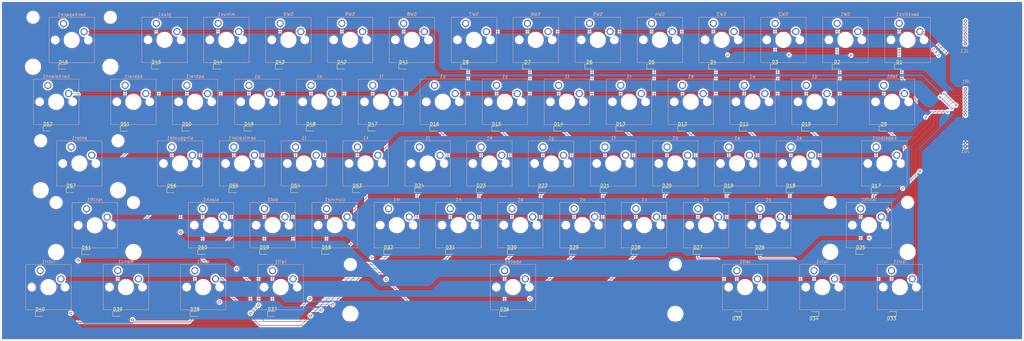
<source format=kicad_pcb>
(kicad_pcb (version 20171130) (host pcbnew "(5.1.6)-1")
  (layers (0 F.Cu signal hide) (31 B.Cu signal) (34 B.Paste user) (35 F.Paste user) (36 B.SilkS user) (37 F.SilkS user) (38 B.Mask user) (39 F.Mask user) (44 Edge.Cuts user))
  (net 0 "")
  (net 1 "Net-(D18-Pad1)")
  (net 2 /R3)
  (net 3 "Net-(D30-Pad1)")
  (net 4 /R4)
  (net 5 "Net-(D52-Pad1)")
  (net 6 /R7)
  (net 7 "Net-(D46-Pad1)")
  (net 8 /R6)
  (net 9 "Net-(D1-Pad1)")
  (net 10 /R1)
  (net 11 "Net-(D28-Pad1)")
  (net 12 "Net-(D17-Pad1)")
  (net 13 "Net-(D58-Pad1)")
  (net 14 /R9)
  (net 15 "Net-(D20-Pad1)")
  (net 16 GND)
  (net 17 "Net-(D2-Pad1)")
  (net 18 "Net-(D3-Pad1)")
  (net 19 "Net-(D4-Pad1)")
  (net 20 "Net-(D5-Pad1)")
  (net 21 "Net-(D6-Pad1)")
  (net 22 "Net-(D7-Pad1)")
  (net 23 "Net-(D8-Pad1)")
  (net 24 "Net-(D9-Pad1)")
  (net 25 "Net-(D10-Pad1)")
  (net 26 "Net-(D11-Pad1)")
  (net 27 "Net-(D12-Pad1)")
  (net 28 "Net-(D13-Pad1)")
  (net 29 "Net-(D14-Pad1)")
  (net 30 "Net-(D15-Pad1)")
  (net 31 "Net-(D16-Pad1)")
  (net 32 "Net-(D19-Pad1)")
  (net 33 "Net-(D21-Pad1)")
  (net 34 "Net-(D22-Pad1)")
  (net 35 "Net-(D23-Pad1)")
  (net 36 "Net-(D24-Pad1)")
  (net 37 "Net-(D25-Pad1)")
  (net 38 "Net-(D26-Pad1)")
  (net 39 "Net-(D27-Pad1)")
  (net 40 "Net-(D29-Pad1)")
  (net 41 "Net-(D31-Pad1)")
  (net 42 "Net-(D32-Pad1)")
  (net 43 "Net-(D33-Pad1)")
  (net 44 "Net-(D34-Pad1)")
  (net 45 "Net-(D35-Pad1)")
  (net 46 "Net-(D36-Pad1)")
  (net 47 "Net-(D37-Pad1)")
  (net 48 "Net-(D38-Pad1)")
  (net 49 "Net-(D39-Pad1)")
  (net 50 "Net-(D40-Pad1)")
  (net 51 "Net-(D41-Pad1)")
  (net 52 "Net-(D42-Pad1)")
  (net 53 "Net-(D43-Pad1)")
  (net 54 "Net-(D44-Pad1)")
  (net 55 "Net-(D45-Pad1)")
  (net 56 "Net-(D47-Pad1)")
  (net 57 "Net-(D48-Pad1)")
  (net 58 "Net-(D49-Pad1)")
  (net 59 "Net-(D50-Pad1)")
  (net 60 "Net-(D51-Pad1)")
  (net 61 "Net-(D53-Pad1)")
  (net 62 "Net-(D54-Pad1)")
  (net 63 "Net-(D55-Pad1)")
  (net 64 "Net-(D56-Pad1)")
  (net 65 "Net-(D57-Pad1)")
  (net 66 "Net-(D59-Pad1)")
  (net 67 "Net-(D60-Pad1)")
  (net 68 "Net-(D61-Pad1)")
  (net 69 /R2)
  (net 70 /R8)
  (net 71 /R5)
  (net 72 /C1)
  (net 73 /C2)
  (net 74 /C3)
  (net 75 /C4)
  (net 76 /C5)
  (net 77 /C6)
  (net 78 /C7)
  (net 79 /C8)
  (module Button_Switch_Keyboard:SW_Cherry_MX_1.00u_PCB (layer B.Cu) (at 258.45 157.15 180)
    (fp_text reference SW2 (at -2.54 2.794) (layer B.SilkS) (effects (justify mirror)))
    (fp_text value SW_Push)
    (pad 1 thru_hole circle (at 0 0 180) (size 2.2 2.2) (drill 1.5) (layers *.Cu *.Mask) (net 18 "Net-(D3-Pad1)"))
    (pad 2 thru_hole circle (at -6.35 -2.54 180) (size 2.2 2.2) (drill 1.5) (layers *.Cu *.Mask) (net 10 /R1))
    (pad "" np_thru_hole circle (at -2.54 -5.08 180) (size 4 4) (drill 4) (layers *.Cu *.Mask))
    (pad "" np_thru_hole circle (at -7.62 -5.08 180) (size 1.7 1.7) (drill 1.7) (layers *.Cu *.Mask))
    (pad "" np_thru_hole circle (at 2.54 -5.08 180) (size 1.7 1.7) (drill 1.7) (layers *.Cu *.Mask))
  )
  (module Connector_PinHeader_1.00mm:PinHeader_1x09_P1.00mm_Vertical (layer B.Cu) (at 317 177.4 180)
    (fp_text reference JR1 (at -0.29 2.25) (layer B.SilkS) (effects (justify mirror)))
    (fp_text value Conn_01x09)
    (pad 9 thru_hole oval (at 0 -8 180) (size 0.85 0.85) (drill 0.5) (layers *.Cu *.Mask) (net 14 /R9))
    (pad 8 thru_hole oval (at 0 -7 180) (size 0.85 0.85) (drill 0.5) (layers *.Cu *.Mask) (net 70 /R8))
    (pad 7 thru_hole oval (at 0 -6 180) (size 0.85 0.85) (drill 0.5) (layers *.Cu *.Mask) (net 6 /R7))
    (pad 6 thru_hole oval (at 0 -5 180) (size 0.85 0.85) (drill 0.5) (layers *.Cu *.Mask) (net 8 /R6))
    (pad 5 thru_hole oval (at 0 -4 180) (size 0.85 0.85) (drill 0.5) (layers *.Cu *.Mask) (net 71 /R5))
    (pad 4 thru_hole oval (at 0 -3 180) (size 0.85 0.85) (drill 0.5) (layers *.Cu *.Mask) (net 4 /R4))
    (pad 3 thru_hole oval (at 0 -2 180) (size 0.85 0.85) (drill 0.5) (layers *.Cu *.Mask) (net 2 /R3))
    (pad 2 thru_hole oval (at 0 -1 180) (size 0.85 0.85) (drill 0.5) (layers *.Cu *.Mask) (net 69 /R2))
    (pad 1 thru_hole rect (at 0 0 180) (size 0.85 0.85) (drill 0.5) (layers *.Cu *.Mask) (net 10 /R1))
  )
  (module Connector_PinHeader_1.00mm:PinHeader_1x08_P1.00mm_Vertical (layer B.Cu) (at 317 163.4)
    (fp_text reference JC1 (at -0.29 2.25) (layer B.SilkS) (effects (justify mirror)))
    (fp_text value Conn_01x08)
    (pad 8 thru_hole oval (at 0 -7) (size 0.85 0.85) (drill 0.5) (layers *.Cu *.Mask) (net 79 /C8))
    (pad 7 thru_hole oval (at 0 -6) (size 0.85 0.85) (drill 0.5) (layers *.Cu *.Mask) (net 78 /C7))
    (pad 6 thru_hole oval (at 0 -5) (size 0.85 0.85) (drill 0.5) (layers *.Cu *.Mask) (net 77 /C6))
    (pad 5 thru_hole oval (at 0 -4) (size 0.85 0.85) (drill 0.5) (layers *.Cu *.Mask) (net 76 /C5))
    (pad 4 thru_hole oval (at 0 -3) (size 0.85 0.85) (drill 0.5) (layers *.Cu *.Mask) (net 75 /C4))
    (pad 3 thru_hole oval (at 0 -2) (size 0.85 0.85) (drill 0.5) (layers *.Cu *.Mask) (net 74 /C3))
    (pad 2 thru_hole oval (at 0 -1) (size 0.85 0.85) (drill 0.5) (layers *.Cu *.Mask) (net 73 /C2))
    (pad 1 thru_hole rect (at 0 0) (size 0.85 0.85) (drill 0.5) (layers *.Cu *.Mask) (net 72 /C1))
  )
  (module Button_Switch_Keyboard:SW_Cherry_MX_2.75u_PCB (layer B.Cu) (at 46.575 214.3 180)
    (fp_text reference rshift1 (at -2.54 2.794) (layer B.SilkS) (effects (justify mirror)))
    (fp_text value SW_Push)
    (pad "" np_thru_hole circle (at 9.36 1.92 180) (size 3.05 3.05) (drill 3.05) (layers *.Cu *.Mask))
    (pad "" np_thru_hole circle (at -14.44 1.92 180) (size 3.05 3.05) (drill 3.05) (layers *.Cu *.Mask))
    (pad "" np_thru_hole circle (at -14.44 -13.32 180) (size 4 4) (drill 4) (layers *.Cu *.Mask))
    (pad "" np_thru_hole circle (at 9.36 -13.32 180) (size 4 4) (drill 4) (layers *.Cu *.Mask))
    (pad "" np_thru_hole circle (at 2.54 -5.08 180) (size 1.7 1.7) (drill 1.7) (layers *.Cu *.Mask))
    (pad "" np_thru_hole circle (at -7.62 -5.08 180) (size 1.7 1.7) (drill 1.7) (layers *.Cu *.Mask))
    (pad "" np_thru_hole circle (at -2.54 -5.08 180) (size 4 4) (drill 4) (layers *.Cu *.Mask))
    (pad 2 thru_hole circle (at -6.35 -2.54 180) (size 2.2 2.2) (drill 1.5) (layers *.Cu *.Mask) (net 14 /R9))
    (pad 1 thru_hole circle (at 0 0 180) (size 2.2 2.2) (drill 1.5) (layers *.Cu *.Mask) (net 68 "Net-(D61-Pad1)"))
  )
  (module Diode_SMD:D_0603_1608Metric (layer F.Cu) (at 294.275 246.685 180)
    (fp_text reference D33 (at 0 -1.43) (layer F.SilkS))
    (fp_text value DIODE)
    (pad 2 smd roundrect (at 0.7875 0 180) (size 0.875 0.95) (layers F.Cu F.Paste F.Mask) (net 72 /C1))
    (pad 1 smd roundrect (at -0.7875 0 180) (size 0.875 0.95) (layers F.Cu F.Paste F.Mask) (net 43 "Net-(D33-Pad1)"))
  )
  (module Diode_SMD:D_0603_1608Metric (layer F.Cu) (at 79.925 246.685)
    (fp_text reference D38 (at 0 -1.43) (layer F.SilkS))
    (fp_text value DIODE)
    (pad 1 smd roundrect (at -0.7875 0) (size 0.875 0.95) (layers F.Cu F.Paste F.Mask) (net 48 "Net-(D38-Pad1)"))
    (pad 2 smd roundrect (at 0.7875 0) (size 0.875 0.95) (layers F.Cu F.Paste F.Mask) (net 77 /C6))
  )
  (module Diode_SMD:D_0603_1608Metric (layer F.Cu) (at 56.175 246.685)
    (fp_text reference D39 (at 0 -1.43) (layer F.SilkS))
    (fp_text value DIODE)
    (pad 2 smd roundrect (at 0.7875 0) (size 0.875 0.95) (layers F.Cu F.Paste F.Mask) (net 78 /C7))
    (pad 1 smd roundrect (at -0.7875 0) (size 0.875 0.95) (layers F.Cu F.Paste F.Mask) (net 49 "Net-(D39-Pad1)"))
  )
  (module Diode_SMD:D_0603_1608Metric (layer F.Cu) (at 103.775 246.685)
    (fp_text reference D37 (at 0 -1.43) (layer F.SilkS))
    (fp_text value DIODE)
    (pad 2 smd roundrect (at 0.7875 0) (size 0.875 0.95) (layers F.Cu F.Paste F.Mask) (net 76 /C5))
    (pad 1 smd roundrect (at -0.7875 0) (size 0.875 0.95) (layers F.Cu F.Paste F.Mask) (net 47 "Net-(D37-Pad1)"))
  )
  (module Diode_SMD:D_0603_1608Metric (layer F.Cu) (at 270.425 246.685 180)
    (fp_text reference D34 (at 0 -1.43) (layer F.SilkS))
    (fp_text value DIODE)
    (pad 1 smd roundrect (at -0.7875 0 180) (size 0.875 0.95) (layers F.Cu F.Paste F.Mask) (net 44 "Net-(D34-Pad1)"))
    (pad 2 smd roundrect (at 0.7875 0 180) (size 0.875 0.95) (layers F.Cu F.Paste F.Mask) (net 73 /C2))
  )
  (module Diode_SMD:D_0603_1608Metric (layer F.Cu) (at 175.225 246.685)
    (fp_text reference D36 (at 0 -1.43) (layer F.SilkS))
    (fp_text value DIODE)
    (pad 1 smd roundrect (at -0.7875 0) (size 0.875 0.95) (layers F.Cu F.Paste F.Mask) (net 46 "Net-(D36-Pad1)"))
    (pad 2 smd roundrect (at 0.7875 0) (size 0.875 0.95) (layers F.Cu F.Paste F.Mask) (net 75 /C4))
  )
  (module Diode_SMD:D_0603_1608Metric (layer F.Cu) (at 32.325 246.685)
    (fp_text reference D40 (at 0 -1.43) (layer F.SilkS))
    (fp_text value DIODE)
    (pad 1 smd roundrect (at -0.7875 0) (size 0.875 0.95) (layers F.Cu F.Paste F.Mask) (net 50 "Net-(D40-Pad1)"))
    (pad 2 smd roundrect (at 0.7875 0) (size 0.875 0.95) (layers F.Cu F.Paste F.Mask) (net 79 /C8))
  )
  (module Diode_SMD:D_0603_1608Metric (layer F.Cu) (at 246.675 246.685 180)
    (fp_text reference D35 (at 0 -1.43) (layer F.SilkS))
    (fp_text value DIODE)
    (pad 1 smd roundrect (at -0.7875 0 180) (size 0.875 0.95) (layers F.Cu F.Paste F.Mask) (net 45 "Net-(D35-Pad1)"))
    (pad 2 smd roundrect (at 0.7875 0 180) (size 0.875 0.95) (layers F.Cu F.Paste F.Mask) (net 74 /C3))
  )
  (module Diode_SMD:D_0603_1608Metric (layer F.Cu) (at 82.3 227.585)
    (fp_text reference D60 (at 0 -1.43) (layer F.SilkS))
    (fp_text value DIODE)
    (pad 1 smd roundrect (at -0.7875 0) (size 0.875 0.95) (layers F.Cu F.Paste F.Mask) (net 67 "Net-(D60-Pad1)"))
    (pad 2 smd roundrect (at 0.7875 0) (size 0.875 0.95) (layers F.Cu F.Paste F.Mask) (net 74 /C3))
  )
  (module Diode_SMD:D_0603_1608Metric (layer F.Cu) (at 101.3 227.585)
    (fp_text reference D59 (at 0 -1.43) (layer F.SilkS))
    (fp_text value DIODE)
    (pad 2 smd roundrect (at 0.7875 0) (size 0.875 0.95) (layers F.Cu F.Paste F.Mask) (net 73 /C2))
    (pad 1 smd roundrect (at -0.7875 0) (size 0.875 0.95) (layers F.Cu F.Paste F.Mask) (net 66 "Net-(D59-Pad1)"))
  )
  (module Diode_SMD:D_0603_1608Metric (layer F.Cu) (at 120.4 227.585)
    (fp_text reference D58 (at 0 -1.43) (layer F.SilkS))
    (fp_text value DIODE)
    (pad 1 smd roundrect (at -0.7875 0) (size 0.875 0.95) (layers F.Cu F.Paste F.Mask) (net 13 "Net-(D58-Pad1)"))
    (pad 2 smd roundrect (at 0.7875 0) (size 0.875 0.95) (layers F.Cu F.Paste F.Mask) (net 72 /C1))
  )
  (module Diode_SMD:D_0603_1608Metric (layer F.Cu) (at 46.575 227.685)
    (fp_text reference D61 (at 0 -1.43) (layer F.SilkS))
    (fp_text value DIODE)
    (pad 2 smd roundrect (at 0.7875 0) (size 0.875 0.95) (layers F.Cu F.Paste F.Mask) (net 75 /C4))
    (pad 1 smd roundrect (at -0.7875 0) (size 0.875 0.95) (layers F.Cu F.Paste F.Mask) (net 68 "Net-(D61-Pad1)"))
  )
  (module Diode_SMD:D_0603_1608Metric (layer F.Cu) (at 177.5 227.585)
    (fp_text reference D30 (at 0 -1.43) (layer F.SilkS))
    (fp_text value DIODE)
    (pad 1 smd roundrect (at -0.7875 0) (size 0.875 0.95) (layers F.Cu F.Paste F.Mask) (net 3 "Net-(D30-Pad1)"))
    (pad 2 smd roundrect (at 0.7875 0) (size 0.875 0.95) (layers F.Cu F.Paste F.Mask) (net 77 /C6))
  )
  (module Diode_SMD:D_0603_1608Metric (layer F.Cu) (at 196.6 227.585)
    (fp_text reference D29 (at 0 -1.43) (layer F.SilkS))
    (fp_text value DIODE)
    (pad 2 smd roundrect (at 0.7875 0) (size 0.875 0.95) (layers F.Cu F.Paste F.Mask) (net 76 /C5))
    (pad 1 smd roundrect (at -0.7875 0) (size 0.875 0.95) (layers F.Cu F.Paste F.Mask) (net 40 "Net-(D29-Pad1)"))
  )
  (module Diode_SMD:D_0603_1608Metric (layer F.Cu) (at 158.5 227.585)
    (fp_text reference D31 (at 0 -1.43) (layer F.SilkS))
    (fp_text value DIODE)
    (pad 2 smd roundrect (at 0.7875 0) (size 0.875 0.95) (layers F.Cu F.Paste F.Mask) (net 78 /C7))
    (pad 1 smd roundrect (at -0.7875 0) (size 0.875 0.95) (layers F.Cu F.Paste F.Mask) (net 41 "Net-(D31-Pad1)"))
  )
  (module Diode_SMD:D_0603_1608Metric (layer F.Cu) (at 139.5 227.585)
    (fp_text reference D32 (at 0 -1.43) (layer F.SilkS))
    (fp_text value DIODE)
    (pad 1 smd roundrect (at -0.7875 0) (size 0.875 0.95) (layers F.Cu F.Paste F.Mask) (net 42 "Net-(D32-Pad1)"))
    (pad 2 smd roundrect (at 0.7875 0) (size 0.875 0.95) (layers F.Cu F.Paste F.Mask) (net 79 /C8))
  )
  (module Diode_SMD:D_0603_1608Metric (layer F.Cu) (at 215.6 227.585)
    (fp_text reference D28 (at 0 -1.43) (layer F.SilkS))
    (fp_text value DIODE)
    (pad 1 smd roundrect (at -0.7875 0) (size 0.875 0.95) (layers F.Cu F.Paste F.Mask) (net 11 "Net-(D28-Pad1)"))
    (pad 2 smd roundrect (at 0.7875 0) (size 0.875 0.95) (layers F.Cu F.Paste F.Mask) (net 75 /C4))
  )
  (module Diode_SMD:D_0603_1608Metric (layer F.Cu) (at 234.7 227.585)
    (fp_text reference D27 (at 0 -1.43) (layer F.SilkS))
    (fp_text value DIODE)
    (pad 2 smd roundrect (at 0.7875 0) (size 0.875 0.95) (layers F.Cu F.Paste F.Mask) (net 74 /C3))
    (pad 1 smd roundrect (at -0.7875 0) (size 0.875 0.95) (layers F.Cu F.Paste F.Mask) (net 39 "Net-(D27-Pad1)"))
  )
  (module Diode_SMD:D_0603_1608Metric (layer F.Cu) (at 253.8 227.585)
    (fp_text reference D26 (at 0 -1.43) (layer F.SilkS))
    (fp_text value DIODE)
    (pad 1 smd roundrect (at -0.7875 0) (size 0.875 0.95) (layers F.Cu F.Paste F.Mask) (net 38 "Net-(D26-Pad1)"))
    (pad 2 smd roundrect (at 0.7875 0) (size 0.875 0.95) (layers F.Cu F.Paste F.Mask) (net 73 /C2))
  )
  (module Diode_SMD:D_0603_1608Metric (layer F.Cu) (at 284.775 227.585)
    (fp_text reference D25 (at 0 -1.43) (layer F.SilkS))
    (fp_text value DIODE)
    (pad 2 smd roundrect (at 0.7875 0) (size 0.875 0.95) (layers F.Cu F.Paste F.Mask) (net 72 /C1))
    (pad 1 smd roundrect (at -0.7875 0) (size 0.875 0.95) (layers F.Cu F.Paste F.Mask) (net 37 "Net-(D25-Pad1)"))
  )
  (module Diode_SMD:D_0603_1608Metric (layer F.Cu) (at 72.8 208.585)
    (fp_text reference D56 (at 0 -1.43) (layer F.SilkS))
    (fp_text value DIODE)
    (pad 1 smd roundrect (at -0.7875 0) (size 0.875 0.95) (layers F.Cu F.Paste F.Mask) (net 64 "Net-(D56-Pad1)"))
    (pad 2 smd roundrect (at 0.7875 0) (size 0.875 0.95) (layers F.Cu F.Paste F.Mask) (net 75 /C4))
  )
  (module Diode_SMD:D_0603_1608Metric (layer F.Cu) (at 91.9 208.585)
    (fp_text reference D55 (at 0 -1.43) (layer F.SilkS))
    (fp_text value DIODE)
    (pad 1 smd roundrect (at -0.7875 0) (size 0.875 0.95) (layers F.Cu F.Paste F.Mask) (net 63 "Net-(D55-Pad1)"))
    (pad 2 smd roundrect (at 0.7875 0) (size 0.875 0.95) (layers F.Cu F.Paste F.Mask) (net 74 /C3))
  )
  (module Diode_SMD:D_0603_1608Metric (layer F.Cu) (at 129.9 208.585)
    (fp_text reference D53 (at 0 -1.43) (layer F.SilkS))
    (fp_text value DIODE)
    (pad 1 smd roundrect (at -0.7875 0) (size 0.875 0.95) (layers F.Cu F.Paste F.Mask) (net 61 "Net-(D53-Pad1)"))
    (pad 2 smd roundrect (at 0.7875 0) (size 0.875 0.95) (layers F.Cu F.Paste F.Mask) (net 72 /C1))
  )
  (module Diode_SMD:D_0603_1608Metric (layer F.Cu) (at 41.825 208.585)
    (fp_text reference D57 (at 0 -1.43) (layer F.SilkS))
    (fp_text value DIODE)
    (pad 2 smd roundrect (at 0.7875 0) (size 0.875 0.95) (layers F.Cu F.Paste F.Mask) (net 76 /C5))
    (pad 1 smd roundrect (at -0.7875 0) (size 0.875 0.95) (layers F.Cu F.Paste F.Mask) (net 65 "Net-(D57-Pad1)"))
  )
  (module Diode_SMD:D_0603_1608Metric (layer F.Cu) (at 110.9 208.585)
    (fp_text reference D54 (at 0 -1.43) (layer F.SilkS))
    (fp_text value DIODE)
    (pad 2 smd roundrect (at 0.7875 0) (size 0.875 0.95) (layers F.Cu F.Paste F.Mask) (net 73 /C2))
    (pad 1 smd roundrect (at -0.7875 0) (size 0.875 0.95) (layers F.Cu F.Paste F.Mask) (net 62 "Net-(D54-Pad1)"))
  )
  (module Diode_SMD:D_0603_1608Metric (layer F.Cu) (at 263.3 208.585)
    (fp_text reference D18 (at 0 -1.43) (layer F.SilkS))
    (fp_text value DIODE)
    (pad 1 smd roundrect (at -0.7875 0) (size 0.875 0.95) (layers F.Cu F.Paste F.Mask) (net 1 "Net-(D18-Pad1)"))
    (pad 2 smd roundrect (at 0.7875 0) (size 0.875 0.95) (layers F.Cu F.Paste F.Mask) (net 73 /C2))
  )
  (module Diode_SMD:D_0603_1608Metric (layer F.Cu) (at 149 208.585)
    (fp_text reference D24 (at 0 -1.43) (layer F.SilkS))
    (fp_text value DIODE)
    (pad 1 smd roundrect (at -0.7875 0) (size 0.875 0.95) (layers F.Cu F.Paste F.Mask) (net 36 "Net-(D24-Pad1)"))
    (pad 2 smd roundrect (at 0.7875 0) (size 0.875 0.95) (layers F.Cu F.Paste F.Mask) (net 79 /C8))
  )
  (module Diode_SMD:D_0603_1608Metric (layer F.Cu) (at 206.1 208.585)
    (fp_text reference D21 (at 0 -1.43) (layer F.SilkS))
    (fp_text value DIODE)
    (pad 2 smd roundrect (at 0.7875 0) (size 0.875 0.95) (layers F.Cu F.Paste F.Mask) (net 76 /C5))
    (pad 1 smd roundrect (at -0.7875 0) (size 0.875 0.95) (layers F.Cu F.Paste F.Mask) (net 33 "Net-(D21-Pad1)"))
  )
  (module Diode_SMD:D_0603_1608Metric (layer F.Cu) (at 244.2 208.585)
    (fp_text reference D19 (at 0 -1.43) (layer F.SilkS))
    (fp_text value DIODE)
    (pad 2 smd roundrect (at 0.7875 0) (size 0.875 0.95) (layers F.Cu F.Paste F.Mask) (net 74 /C3))
    (pad 1 smd roundrect (at -0.7875 0) (size 0.875 0.95) (layers F.Cu F.Paste F.Mask) (net 32 "Net-(D19-Pad1)"))
  )
  (module Diode_SMD:D_0603_1608Metric (layer F.Cu) (at 289.525 208.585)
    (fp_text reference D17 (at 0 -1.43) (layer F.SilkS))
    (fp_text value DIODE)
    (pad 1 smd roundrect (at -0.7875 0) (size 0.875 0.95) (layers F.Cu F.Paste F.Mask) (net 12 "Net-(D17-Pad1)"))
    (pad 2 smd roundrect (at 0.7875 0) (size 0.875 0.95) (layers F.Cu F.Paste F.Mask) (net 72 /C1))
  )
  (module Diode_SMD:D_0603_1608Metric (layer F.Cu) (at 168 208.585)
    (fp_text reference D23 (at 0 -1.43) (layer F.SilkS))
    (fp_text value DIODE)
    (pad 2 smd roundrect (at 0.7875 0) (size 0.875 0.95) (layers F.Cu F.Paste F.Mask) (net 78 /C7))
    (pad 1 smd roundrect (at -0.7875 0) (size 0.875 0.95) (layers F.Cu F.Paste F.Mask) (net 35 "Net-(D23-Pad1)"))
  )
  (module Diode_SMD:D_0603_1608Metric (layer F.Cu) (at 187 208.585)
    (fp_text reference D22 (at 0 -1.43) (layer F.SilkS))
    (fp_text value DIODE)
    (pad 1 smd roundrect (at -0.7875 0) (size 0.875 0.95) (layers F.Cu F.Paste F.Mask) (net 34 "Net-(D22-Pad1)"))
    (pad 2 smd roundrect (at 0.7875 0) (size 0.875 0.95) (layers F.Cu F.Paste F.Mask) (net 77 /C6))
  )
  (module Diode_SMD:D_0603_1608Metric (layer F.Cu) (at 225.2 208.585)
    (fp_text reference D20 (at 0 -1.43) (layer F.SilkS))
    (fp_text value DIODE)
    (pad 1 smd roundrect (at -0.7875 0) (size 0.875 0.95) (layers F.Cu F.Paste F.Mask) (net 15 "Net-(D20-Pad1)"))
    (pad 2 smd roundrect (at 0.7875 0) (size 0.875 0.95) (layers F.Cu F.Paste F.Mask) (net 75 /C4))
  )
  (module Diode_SMD:D_0603_1608Metric (layer F.Cu) (at 134.65 189.585)
    (fp_text reference D47 (at 0 -1.43) (layer F.SilkS))
    (fp_text value DIODE)
    (pad 2 smd roundrect (at 0.7875 0) (size 0.875 0.95) (layers F.Cu F.Paste F.Mask) (net 72 /C1))
    (pad 1 smd roundrect (at -0.7875 0) (size 0.875 0.95) (layers F.Cu F.Paste F.Mask) (net 56 "Net-(D47-Pad1)"))
  )
  (module Diode_SMD:D_0603_1608Metric (layer F.Cu) (at 34.7 189.585)
    (fp_text reference D52 (at 0 -1.43) (layer F.SilkS))
    (fp_text value DIODE)
    (pad 2 smd roundrect (at 0.7875 0) (size 0.875 0.95) (layers F.Cu F.Paste F.Mask) (net 77 /C6))
    (pad 1 smd roundrect (at -0.7875 0) (size 0.875 0.95) (layers F.Cu F.Paste F.Mask) (net 5 "Net-(D52-Pad1)"))
  )
  (module Diode_SMD:D_0603_1608Metric (layer F.Cu) (at 58.45 189.585)
    (fp_text reference D51 (at 0 -1.43) (layer F.SilkS))
    (fp_text value DIODE)
    (pad 1 smd roundrect (at -0.7875 0) (size 0.875 0.95) (layers F.Cu F.Paste F.Mask) (net 60 "Net-(D51-Pad1)"))
    (pad 2 smd roundrect (at 0.7875 0) (size 0.875 0.95) (layers F.Cu F.Paste F.Mask) (net 76 /C5))
  )
  (module Diode_SMD:D_0603_1608Metric (layer F.Cu) (at 115.65 189.585)
    (fp_text reference D48 (at 0 -1.43) (layer F.SilkS))
    (fp_text value DIODE)
    (pad 2 smd roundrect (at 0.7875 0) (size 0.875 0.95) (layers F.Cu F.Paste F.Mask) (net 73 /C2))
    (pad 1 smd roundrect (at -0.7875 0) (size 0.875 0.95) (layers F.Cu F.Paste F.Mask) (net 57 "Net-(D48-Pad1)"))
  )
  (module Diode_SMD:D_0603_1608Metric (layer F.Cu) (at 96.55 189.585)
    (fp_text reference D49 (at 0 -1.43) (layer F.SilkS))
    (fp_text value DIODE)
    (pad 1 smd roundrect (at -0.7875 0) (size 0.875 0.95) (layers F.Cu F.Paste F.Mask) (net 58 "Net-(D49-Pad1)"))
    (pad 2 smd roundrect (at 0.7875 0) (size 0.875 0.95) (layers F.Cu F.Paste F.Mask) (net 74 /C3))
  )
  (module Diode_SMD:D_0603_1608Metric (layer F.Cu) (at 77.45 189.585)
    (fp_text reference D50 (at 0 -1.43) (layer F.SilkS))
    (fp_text value DIODE)
    (pad 1 smd roundrect (at -0.7875 0) (size 0.875 0.95) (layers F.Cu F.Paste F.Mask) (net 59 "Net-(D50-Pad1)"))
    (pad 2 smd roundrect (at 0.7875 0) (size 0.875 0.95) (layers F.Cu F.Paste F.Mask) (net 75 /C4))
  )
  (module Diode_SMD:D_0603_1608Metric (layer F.Cu) (at 229.95 189.585)
    (fp_text reference D12 (at 0 -1.43) (layer F.SilkS))
    (fp_text value DIODE)
    (pad 2 smd roundrect (at 0.7875 0) (size 0.875 0.95) (layers F.Cu F.Paste F.Mask) (net 75 /C4))
    (pad 1 smd roundrect (at -0.7875 0) (size 0.875 0.95) (layers F.Cu F.Paste F.Mask) (net 27 "Net-(D12-Pad1)"))
  )
  (module Diode_SMD:D_0603_1608Metric (layer F.Cu) (at 191.85 189.585)
    (fp_text reference D14 (at 0 -1.43) (layer F.SilkS))
    (fp_text value DIODE)
    (pad 2 smd roundrect (at 0.7875 0) (size 0.875 0.95) (layers F.Cu F.Paste F.Mask) (net 77 /C6))
    (pad 1 smd roundrect (at -0.7875 0) (size 0.875 0.95) (layers F.Cu F.Paste F.Mask) (net 29 "Net-(D14-Pad1)"))
  )
  (module Diode_SMD:D_0603_1608Metric (layer F.Cu) (at 210.95 189.585)
    (fp_text reference D13 (at 0 -1.43) (layer F.SilkS))
    (fp_text value DIODE)
    (pad 1 smd roundrect (at -0.7875 0) (size 0.875 0.95) (layers F.Cu F.Paste F.Mask) (net 28 "Net-(D13-Pad1)"))
    (pad 2 smd roundrect (at 0.7875 0) (size 0.875 0.95) (layers F.Cu F.Paste F.Mask) (net 76 /C5))
  )
  (module Diode_SMD:D_0603_1608Metric (layer F.Cu) (at 172.75 189.585)
    (fp_text reference D15 (at 0 -1.43) (layer F.SilkS))
    (fp_text value DIODE)
    (pad 2 smd roundrect (at 0.7875 0) (size 0.875 0.95) (layers F.Cu F.Paste F.Mask) (net 78 /C7))
    (pad 1 smd roundrect (at -0.7875 0) (size 0.875 0.95) (layers F.Cu F.Paste F.Mask) (net 30 "Net-(D15-Pad1)"))
  )
  (module Diode_SMD:D_0603_1608Metric (layer F.Cu) (at 248.95 189.585)
    (fp_text reference D11 (at 0 -1.43) (layer F.SilkS))
    (fp_text value DIODE)
    (pad 1 smd roundrect (at -0.7875 0) (size 0.875 0.95) (layers F.Cu F.Paste F.Mask) (net 26 "Net-(D11-Pad1)"))
    (pad 2 smd roundrect (at 0.7875 0) (size 0.875 0.95) (layers F.Cu F.Paste F.Mask) (net 74 /C3))
  )
  (module Diode_SMD:D_0603_1608Metric (layer F.Cu) (at 153.65 189.585)
    (fp_text reference D16 (at 0 -1.43) (layer F.SilkS))
    (fp_text value DIODE)
    (pad 1 smd roundrect (at -0.7875 0) (size 0.875 0.95) (layers F.Cu F.Paste F.Mask) (net 31 "Net-(D16-Pad1)"))
    (pad 2 smd roundrect (at 0.7875 0) (size 0.875 0.95) (layers F.Cu F.Paste F.Mask) (net 79 /C8))
  )
  (module Diode_SMD:D_0603_1608Metric (layer F.Cu) (at 291.9 189.585)
    (fp_text reference D9 (at 0 -1.43) (layer F.SilkS))
    (fp_text value DIODE)
    (pad 1 smd roundrect (at -0.7875 0) (size 0.875 0.95) (layers F.Cu F.Paste F.Mask) (net 24 "Net-(D9-Pad1)"))
    (pad 2 smd roundrect (at 0.7875 0) (size 0.875 0.95) (layers F.Cu F.Paste F.Mask) (net 72 /C1))
  )
  (module Diode_SMD:D_0603_1608Metric (layer F.Cu) (at 268.05 189.585)
    (fp_text reference D10 (at 0 -1.43) (layer F.SilkS))
    (fp_text value DIODE)
    (pad 2 smd roundrect (at 0.7875 0) (size 0.875 0.95) (layers F.Cu F.Paste F.Mask) (net 73 /C2))
    (pad 1 smd roundrect (at -0.7875 0) (size 0.875 0.95) (layers F.Cu F.Paste F.Mask) (net 25 "Net-(D10-Pad1)"))
  )
  (module Diode_SMD:D_0603_1608Metric (layer F.Cu) (at 39.48 170.535)
    (fp_text reference D46 (at 0 -1.43) (layer F.SilkS))
    (fp_text value DIODE)
    (pad 1 smd roundrect (at -0.7875 0) (size 0.875 0.95) (layers F.Cu F.Paste F.Mask) (net 7 "Net-(D46-Pad1)"))
    (pad 2 smd roundrect (at 0.7875 0) (size 0.875 0.95) (layers F.Cu F.Paste F.Mask) (net 77 /C6))
  )
  (module Diode_SMD:D_0603_1608Metric (layer F.Cu) (at 68.05 170.485)
    (fp_text reference D45 (at 0 -1.43) (layer F.SilkS))
    (fp_text value DIODE)
    (pad 2 smd roundrect (at 0.7875 0) (size 0.875 0.95) (layers F.Cu F.Paste F.Mask) (net 76 /C5))
    (pad 1 smd roundrect (at -0.7875 0) (size 0.875 0.95) (layers F.Cu F.Paste F.Mask) (net 55 "Net-(D45-Pad1)"))
  )
  (module Diode_SMD:D_0603_1608Metric (layer F.Cu) (at 106.15 170.485)
    (fp_text reference D43 (at 0 -1.43) (layer F.SilkS))
    (fp_text value DIODE)
    (pad 2 smd roundrect (at 0.7875 0) (size 0.875 0.95) (layers F.Cu F.Paste F.Mask) (net 74 /C3))
    (pad 1 smd roundrect (at -0.7875 0) (size 0.875 0.95) (layers F.Cu F.Paste F.Mask) (net 53 "Net-(D43-Pad1)"))
  )
  (module Diode_SMD:D_0603_1608Metric (layer F.Cu) (at 87.05 170.485)
    (fp_text reference D44 (at 0 -1.43) (layer F.SilkS))
    (fp_text value DIODE)
    (pad 1 smd roundrect (at -0.7875 0) (size 0.875 0.95) (layers F.Cu F.Paste F.Mask) (net 54 "Net-(D44-Pad1)"))
    (pad 2 smd roundrect (at 0.7875 0) (size 0.875 0.95) (layers F.Cu F.Paste F.Mask) (net 75 /C4))
  )
  (module Diode_SMD:D_0603_1608Metric (layer F.Cu) (at 125.15 170.485)
    (fp_text reference D42 (at 0 -1.43) (layer F.SilkS))
    (fp_text value DIODE)
    (pad 1 smd roundrect (at -0.7875 0) (size 0.875 0.95) (layers F.Cu F.Paste F.Mask) (net 52 "Net-(D42-Pad1)"))
    (pad 2 smd roundrect (at 0.7875 0) (size 0.875 0.95) (layers F.Cu F.Paste F.Mask) (net 73 /C2))
  )
  (module Diode_SMD:D_0603_1608Metric (layer F.Cu) (at 144.15 170.485)
    (fp_text reference D41 (at 0 -1.43) (layer F.SilkS))
    (fp_text value DIODE)
    (pad 2 smd roundrect (at 0.7875 0) (size 0.875 0.95) (layers F.Cu F.Paste F.Mask) (net 72 /C1))
    (pad 1 smd roundrect (at -0.7875 0) (size 0.875 0.95) (layers F.Cu F.Paste F.Mask) (net 51 "Net-(D41-Pad1)"))
  )
  (module Diode_SMD:D_0603_1608Metric (layer F.Cu) (at 277.55 170.485)
    (fp_text reference D2 (at 0 -1.43) (layer F.SilkS))
    (fp_text value DIODE)
    (pad 1 smd roundrect (at -0.7875 0) (size 0.875 0.95) (layers F.Cu F.Paste F.Mask) (net 17 "Net-(D2-Pad1)"))
    (pad 2 smd roundrect (at 0.7875 0) (size 0.875 0.95) (layers F.Cu F.Paste F.Mask) (net 73 /C2))
  )
  (module Diode_SMD:D_0603_1608Metric (layer F.Cu) (at 163.25 170.485)
    (fp_text reference D8 (at 0 -1.43) (layer F.SilkS))
    (fp_text value DIODE)
    (pad 1 smd roundrect (at -0.7875 0) (size 0.875 0.95) (layers F.Cu F.Paste F.Mask) (net 23 "Net-(D8-Pad1)"))
    (pad 2 smd roundrect (at 0.7875 0) (size 0.875 0.95) (layers F.Cu F.Paste F.Mask) (net 79 /C8))
  )
  (module Diode_SMD:D_0603_1608Metric (layer F.Cu) (at 201.35 170.485)
    (fp_text reference D6 (at 0 -1.43) (layer F.SilkS))
    (fp_text value DIODE)
    (pad 1 smd roundrect (at -0.7875 0) (size 0.875 0.95) (layers F.Cu F.Paste F.Mask) (net 21 "Net-(D6-Pad1)"))
    (pad 2 smd roundrect (at 0.7875 0) (size 0.875 0.95) (layers F.Cu F.Paste F.Mask) (net 77 /C6))
  )
  (module Diode_SMD:D_0603_1608Metric (layer F.Cu) (at 220.45 170.485)
    (fp_text reference D5 (at 0 -1.43) (layer F.SilkS))
    (fp_text value DIODE)
    (pad 1 smd roundrect (at -0.7875 0) (size 0.875 0.95) (layers F.Cu F.Paste F.Mask) (net 20 "Net-(D5-Pad1)"))
    (pad 2 smd roundrect (at 0.7875 0) (size 0.875 0.95) (layers F.Cu F.Paste F.Mask) (net 76 /C5))
  )
  (module Diode_SMD:D_0603_1608Metric (layer F.Cu) (at 239.45 170.485)
    (fp_text reference D4 (at 0 -1.43) (layer F.SilkS))
    (fp_text value DIODE)
    (pad 2 smd roundrect (at 0.7875 0) (size 0.875 0.95) (layers F.Cu F.Paste F.Mask) (net 75 /C4))
    (pad 1 smd roundrect (at -0.7875 0) (size 0.875 0.95) (layers F.Cu F.Paste F.Mask) (net 19 "Net-(D4-Pad1)"))
  )
  (module Diode_SMD:D_0603_1608Metric (layer F.Cu) (at 258.45 170.485)
    (fp_text reference D3 (at 0 -1.43) (layer F.SilkS))
    (fp_text value DIODE)
    (pad 2 smd roundrect (at 0.7875 0) (size 0.875 0.95) (layers F.Cu F.Paste F.Mask) (net 74 /C3))
    (pad 1 smd roundrect (at -0.7875 0) (size 0.875 0.95) (layers F.Cu F.Paste F.Mask) (net 18 "Net-(D3-Pad1)"))
  )
  (module Diode_SMD:D_0603_1608Metric (layer F.Cu) (at 296.65 170.485)
    (fp_text reference D1 (at 0 -1.43) (layer F.SilkS))
    (fp_text value DIODE)
    (pad 2 smd roundrect (at 0.7875 0) (size 0.875 0.95) (layers F.Cu F.Paste F.Mask) (net 72 /C1))
    (pad 1 smd roundrect (at -0.7875 0) (size 0.875 0.95) (layers F.Cu F.Paste F.Mask) (net 9 "Net-(D1-Pad1)"))
  )
  (module Diode_SMD:D_0603_1608Metric (layer F.Cu) (at 182.25 170.485)
    (fp_text reference D7 (at 0 -1.43) (layer F.SilkS))
    (fp_text value DIODE)
    (pad 2 smd roundrect (at 0.7875 0) (size 0.875 0.95) (layers F.Cu F.Paste F.Mask) (net 78 /C7))
    (pad 1 smd roundrect (at -0.7875 0) (size 0.875 0.95) (layers F.Cu F.Paste F.Mask) (net 22 "Net-(D7-Pad1)"))
  )
  (module Connector_PinHeader_1.00mm:PinHeader_1x02_P1.00mm_Vertical (layer B.Cu) (at 317 195)
    (fp_text reference JG1 (at 0 1.56) (layer B.SilkS) (effects (justify mirror)))
    (fp_text value Conn_01x02)
    (pad 1 thru_hole rect (at 0 0) (size 0.85 0.85) (drill 0.5) (layers *.Cu *.Mask) (net 16 GND))
    (pad 2 thru_hole oval (at 0 -1) (size 0.85 0.85) (drill 0.5) (layers *.Cu *.Mask) (net 16 GND))
  )
  (module Button_Switch_Keyboard:SW_Cherry_MX_2.25u_PCB (layer B.Cu) (at 284.775 214.25 180)
    (fp_text reference lshift1 (at -2.54 2.794) (layer B.SilkS) (effects (justify mirror)))
    (fp_text value SW_Push)
    (pad "" np_thru_hole circle (at 9.36 1.92 180) (size 3.05 3.05) (drill 3.05) (layers *.Cu *.Mask))
    (pad "" np_thru_hole circle (at -14.44 1.92 180) (size 3.05 3.05) (drill 3.05) (layers *.Cu *.Mask))
    (pad "" np_thru_hole circle (at -14.44 -13.32 180) (size 4 4) (drill 4) (layers *.Cu *.Mask))
    (pad "" np_thru_hole circle (at 9.36 -13.32 180) (size 4 4) (drill 4) (layers *.Cu *.Mask))
    (pad "" np_thru_hole circle (at 2.54 -5.08 180) (size 1.7 1.7) (drill 1.7) (layers *.Cu *.Mask))
    (pad "" np_thru_hole circle (at -7.62 -5.08 180) (size 1.7 1.7) (drill 1.7) (layers *.Cu *.Mask))
    (pad "" np_thru_hole circle (at -2.54 -5.08 180) (size 4 4) (drill 4) (layers *.Cu *.Mask))
    (pad 2 thru_hole circle (at -6.35 -2.54 180) (size 2.2 2.2) (drill 1.5) (layers *.Cu *.Mask) (net 4 /R4))
    (pad 1 thru_hole circle (at 0 0 180) (size 2.2 2.2) (drill 1.5) (layers *.Cu *.Mask) (net 37 "Net-(D25-Pad1)"))
  )
  (module Button_Switch_Keyboard:SW_Cherry_MX_2.25u_PCB (layer B.Cu) (at 41.825 195.25 180)
    (fp_text reference enter1 (at -2.54 2.794) (layer B.SilkS) (effects (justify mirror)))
    (fp_text value SW_Push)
    (pad "" np_thru_hole circle (at 9.36 1.92 180) (size 3.05 3.05) (drill 3.05) (layers *.Cu *.Mask))
    (pad "" np_thru_hole circle (at -14.44 1.92 180) (size 3.05 3.05) (drill 3.05) (layers *.Cu *.Mask))
    (pad "" np_thru_hole circle (at -14.44 -13.32 180) (size 4 4) (drill 4) (layers *.Cu *.Mask))
    (pad "" np_thru_hole circle (at 9.36 -13.32 180) (size 4 4) (drill 4) (layers *.Cu *.Mask))
    (pad "" np_thru_hole circle (at 2.54 -5.08 180) (size 1.7 1.7) (drill 1.7) (layers *.Cu *.Mask))
    (pad "" np_thru_hole circle (at -7.62 -5.08 180) (size 1.7 1.7) (drill 1.7) (layers *.Cu *.Mask))
    (pad "" np_thru_hole circle (at -2.54 -5.08 180) (size 4 4) (drill 4) (layers *.Cu *.Mask))
    (pad 2 thru_hole circle (at -6.35 -2.54 180) (size 2.2 2.2) (drill 1.5) (layers *.Cu *.Mask) (net 70 /R8))
    (pad 1 thru_hole circle (at 0 0 180) (size 2.2 2.2) (drill 1.5) (layers *.Cu *.Mask) (net 65 "Net-(D57-Pad1)"))
  )
  (module Button_Switch_Keyboard:SW_Cherry_MX_1.00u_PCB (layer B.Cu) (at 263.3 195.25 180)
    (fp_text reference a1 (at -2.54 2.794) (layer B.SilkS) (effects (justify mirror)))
    (fp_text value SW_Push)
    (pad 1 thru_hole circle (at 0 0 180) (size 2.2 2.2) (drill 1.5) (layers *.Cu *.Mask) (net 1 "Net-(D18-Pad1)"))
    (pad 2 thru_hole circle (at -6.35 -2.54 180) (size 2.2 2.2) (drill 1.5) (layers *.Cu *.Mask) (net 2 /R3))
    (pad "" np_thru_hole circle (at -2.54 -5.08 180) (size 4 4) (drill 4) (layers *.Cu *.Mask))
    (pad "" np_thru_hole circle (at -7.62 -5.08 180) (size 1.7 1.7) (drill 1.7) (layers *.Cu *.Mask))
    (pad "" np_thru_hole circle (at 2.54 -5.08 180) (size 1.7 1.7) (drill 1.7) (layers *.Cu *.Mask))
  )
  (module Button_Switch_Keyboard:SW_Cherry_MX_1.00u_PCB (layer B.Cu) (at 177.5 214.25 180)
    (fp_text reference b1 (at -2.54 2.794) (layer B.SilkS) (effects (justify mirror)))
    (fp_text value SW_Push)
    (pad 1 thru_hole circle (at 0 0 180) (size 2.2 2.2) (drill 1.5) (layers *.Cu *.Mask) (net 3 "Net-(D30-Pad1)"))
    (pad 2 thru_hole circle (at -6.35 -2.54 180) (size 2.2 2.2) (drill 1.5) (layers *.Cu *.Mask) (net 4 /R4))
    (pad "" np_thru_hole circle (at -2.54 -5.08 180) (size 4 4) (drill 4) (layers *.Cu *.Mask))
    (pad "" np_thru_hole circle (at -7.62 -5.08 180) (size 1.7 1.7) (drill 1.7) (layers *.Cu *.Mask))
    (pad "" np_thru_hole circle (at 2.54 -5.08 180) (size 1.7 1.7) (drill 1.7) (layers *.Cu *.Mask))
  )
  (module Button_Switch_Keyboard:SW_Cherry_MX_1.50u_PCB (layer B.Cu) (at 34.7 176.25 180)
    (fp_text reference backslash1 (at -2.54 2.794) (layer B.SilkS) (effects (justify mirror)))
    (fp_text value SW_Push)
    (pad 1 thru_hole circle (at 0 0 180) (size 2.2 2.2) (drill 1.5) (layers *.Cu *.Mask) (net 5 "Net-(D52-Pad1)"))
    (pad 2 thru_hole circle (at -6.35 -2.54 180) (size 2.2 2.2) (drill 1.5) (layers *.Cu *.Mask) (net 6 /R7))
    (pad "" np_thru_hole circle (at -2.54 -5.08 180) (size 4 4) (drill 4) (layers *.Cu *.Mask))
    (pad "" np_thru_hole circle (at -7.62 -5.08 180) (size 1.7 1.7) (drill 1.7) (layers *.Cu *.Mask))
    (pad "" np_thru_hole circle (at 2.54 -5.08 180) (size 1.7 1.7) (drill 1.7) (layers *.Cu *.Mask))
  )
  (module Button_Switch_Keyboard:SW_Cherry_MX_2.00u_PCB (layer B.Cu) (at 39.48 157.2 180)
    (fp_text reference backspace1 (at -2.54 2.794) (layer B.SilkS) (effects (justify mirror)))
    (fp_text value SW_Push)
    (pad 1 thru_hole circle (at 0 0 180) (size 2.2 2.2) (drill 1.5) (layers *.Cu *.Mask) (net 7 "Net-(D46-Pad1)"))
    (pad 2 thru_hole circle (at -6.35 -2.54 180) (size 2.2 2.2) (drill 1.5) (layers *.Cu *.Mask) (net 8 /R6))
    (pad "" np_thru_hole circle (at -2.54 -5.08 180) (size 4 4) (drill 4) (layers *.Cu *.Mask))
    (pad "" np_thru_hole circle (at -7.62 -5.08 180) (size 1.7 1.7) (drill 1.7) (layers *.Cu *.Mask))
    (pad "" np_thru_hole circle (at 2.54 -5.08 180) (size 1.7 1.7) (drill 1.7) (layers *.Cu *.Mask))
    (pad "" np_thru_hole circle (at 9.36 -13.32 180) (size 4 4) (drill 4) (layers *.Cu *.Mask))
    (pad "" np_thru_hole circle (at -14.44 -13.32 180) (size 4 4) (drill 4) (layers *.Cu *.Mask))
    (pad "" np_thru_hole circle (at -14.44 1.92 180) (size 3.05 3.05) (drill 3.05) (layers *.Cu *.Mask))
    (pad "" np_thru_hole circle (at 9.36 1.92 180) (size 3.05 3.05) (drill 3.05) (layers *.Cu *.Mask))
  )
  (module Button_Switch_Keyboard:SW_Cherry_MX_1.00u_PCB (layer B.Cu) (at 296.65 157.15 180)
    (fp_text reference backtick1 (at -2.54 2.794) (layer B.SilkS) (effects (justify mirror)))
    (fp_text value SW_Push)
    (pad "" np_thru_hole circle (at 2.54 -5.08 180) (size 1.7 1.7) (drill 1.7) (layers *.Cu *.Mask))
    (pad "" np_thru_hole circle (at -7.62 -5.08 180) (size 1.7 1.7) (drill 1.7) (layers *.Cu *.Mask))
    (pad "" np_thru_hole circle (at -2.54 -5.08 180) (size 4 4) (drill 4) (layers *.Cu *.Mask))
    (pad 2 thru_hole circle (at -6.35 -2.54 180) (size 2.2 2.2) (drill 1.5) (layers *.Cu *.Mask) (net 10 /R1))
    (pad 1 thru_hole circle (at 0 0 180) (size 2.2 2.2) (drill 1.5) (layers *.Cu *.Mask) (net 9 "Net-(D1-Pad1)"))
  )
  (module Button_Switch_Keyboard:SW_Cherry_MX_1.00u_PCB (layer B.Cu) (at 215.6 214.25 180)
    (fp_text reference c1 (at -2.54 2.794) (layer B.SilkS) (effects (justify mirror)))
    (fp_text value SW_Push)
    (pad 1 thru_hole circle (at 0 0 180) (size 2.2 2.2) (drill 1.5) (layers *.Cu *.Mask) (net 11 "Net-(D28-Pad1)"))
    (pad 2 thru_hole circle (at -6.35 -2.54 180) (size 2.2 2.2) (drill 1.5) (layers *.Cu *.Mask) (net 4 /R4))
    (pad "" np_thru_hole circle (at -2.54 -5.08 180) (size 4 4) (drill 4) (layers *.Cu *.Mask))
    (pad "" np_thru_hole circle (at -7.62 -5.08 180) (size 1.7 1.7) (drill 1.7) (layers *.Cu *.Mask))
    (pad "" np_thru_hole circle (at 2.54 -5.08 180) (size 1.7 1.7) (drill 1.7) (layers *.Cu *.Mask))
  )
  (module Button_Switch_Keyboard:SW_Cherry_MX_1.75u_PCB (layer B.Cu) (at 289.525 195.25 180)
    (fp_text reference capslock1 (at -2.54 2.794) (layer B.SilkS) (effects (justify mirror)))
    (fp_text value SW_Push)
    (pad 1 thru_hole circle (at 0 0 180) (size 2.2 2.2) (drill 1.5) (layers *.Cu *.Mask) (net 12 "Net-(D17-Pad1)"))
    (pad 2 thru_hole circle (at -6.35 -2.54 180) (size 2.2 2.2) (drill 1.5) (layers *.Cu *.Mask) (net 2 /R3))
    (pad "" np_thru_hole circle (at -2.54 -5.08 180) (size 4 4) (drill 4) (layers *.Cu *.Mask))
    (pad "" np_thru_hole circle (at -7.62 -5.08 180) (size 1.7 1.7) (drill 1.7) (layers *.Cu *.Mask))
    (pad "" np_thru_hole circle (at 2.54 -5.08 180) (size 1.7 1.7) (drill 1.7) (layers *.Cu *.Mask))
  )
  (module Button_Switch_Keyboard:SW_Cherry_MX_1.00u_PCB (layer B.Cu) (at 120.4 214.25 180)
    (fp_text reference comma1 (at -2.54 2.794) (layer B.SilkS) (effects (justify mirror)))
    (fp_text value SW_Push)
    (pad 1 thru_hole circle (at 0 0 180) (size 2.2 2.2) (drill 1.5) (layers *.Cu *.Mask) (net 13 "Net-(D58-Pad1)"))
    (pad 2 thru_hole circle (at -6.35 -2.54 180) (size 2.2 2.2) (drill 1.5) (layers *.Cu *.Mask) (net 14 /R9))
    (pad "" np_thru_hole circle (at -2.54 -5.08 180) (size 4 4) (drill 4) (layers *.Cu *.Mask))
    (pad "" np_thru_hole circle (at -7.62 -5.08 180) (size 1.7 1.7) (drill 1.7) (layers *.Cu *.Mask))
    (pad "" np_thru_hole circle (at 2.54 -5.08 180) (size 1.7 1.7) (drill 1.7) (layers *.Cu *.Mask))
  )
  (module Button_Switch_Keyboard:SW_Cherry_MX_1.00u_PCB (layer B.Cu) (at 225.2 195.25 180)
    (fp_text reference d1 (at -2.54 2.794) (layer B.SilkS) (effects (justify mirror)))
    (fp_text value SW_Push)
    (pad "" np_thru_hole circle (at 2.54 -5.08 180) (size 1.7 1.7) (drill 1.7) (layers *.Cu *.Mask))
    (pad "" np_thru_hole circle (at -7.62 -5.08 180) (size 1.7 1.7) (drill 1.7) (layers *.Cu *.Mask))
    (pad "" np_thru_hole circle (at -2.54 -5.08 180) (size 4 4) (drill 4) (layers *.Cu *.Mask))
    (pad 2 thru_hole circle (at -6.35 -2.54 180) (size 2.2 2.2) (drill 1.5) (layers *.Cu *.Mask) (net 2 /R3))
    (pad 1 thru_hole circle (at 0 0 180) (size 2.2 2.2) (drill 1.5) (layers *.Cu *.Mask) (net 15 "Net-(D20-Pad1)"))
  )
  (module Button_Switch_Keyboard:SW_Cherry_MX_1.00u_PCB (layer B.Cu) (at 101.3 214.25 180)
    (fp_text reference dot1 (at -2.54 2.794) (layer B.SilkS) (effects (justify mirror)))
    (fp_text value SW_Push)
    (pad "" np_thru_hole circle (at 2.54 -5.08 180) (size 1.7 1.7) (drill 1.7) (layers *.Cu *.Mask))
    (pad "" np_thru_hole circle (at -7.62 -5.08 180) (size 1.7 1.7) (drill 1.7) (layers *.Cu *.Mask))
    (pad "" np_thru_hole circle (at -2.54 -5.08 180) (size 4 4) (drill 4) (layers *.Cu *.Mask))
    (pad 2 thru_hole circle (at -6.35 -2.54 180) (size 2.2 2.2) (drill 1.5) (layers *.Cu *.Mask) (net 14 /R9))
    (pad 1 thru_hole circle (at 0 0 180) (size 2.2 2.2) (drill 1.5) (layers *.Cu *.Mask) (net 66 "Net-(D59-Pad1)"))
  )
  (module Button_Switch_Keyboard:SW_Cherry_MX_1.00u_PCB (layer B.Cu) (at 229.95 176.25 180)
    (fp_text reference e1 (at -2.54 2.794) (layer B.SilkS) (effects (justify mirror)))
    (fp_text value SW_Push)
    (pad "" np_thru_hole circle (at 2.54 -5.08 180) (size 1.7 1.7) (drill 1.7) (layers *.Cu *.Mask))
    (pad "" np_thru_hole circle (at -7.62 -5.08 180) (size 1.7 1.7) (drill 1.7) (layers *.Cu *.Mask))
    (pad "" np_thru_hole circle (at -2.54 -5.08 180) (size 4 4) (drill 4) (layers *.Cu *.Mask))
    (pad 2 thru_hole circle (at -6.35 -2.54 180) (size 2.2 2.2) (drill 1.5) (layers *.Cu *.Mask) (net 69 /R2))
    (pad 1 thru_hole circle (at 0 0 180) (size 2.2 2.2) (drill 1.5) (layers *.Cu *.Mask) (net 27 "Net-(D12-Pad1)"))
  )
  (module Button_Switch_Keyboard:SW_Cherry_MX_1.00u_PCB (layer B.Cu) (at 206.1 195.25 180)
    (fp_text reference f1 (at -2.54 2.794) (layer B.SilkS) (effects (justify mirror)))
    (fp_text value SW_Push)
    (pad 1 thru_hole circle (at 0 0 180) (size 2.2 2.2) (drill 1.5) (layers *.Cu *.Mask) (net 33 "Net-(D21-Pad1)"))
    (pad 2 thru_hole circle (at -6.35 -2.54 180) (size 2.2 2.2) (drill 1.5) (layers *.Cu *.Mask) (net 2 /R3))
    (pad "" np_thru_hole circle (at -2.54 -5.08 180) (size 4 4) (drill 4) (layers *.Cu *.Mask))
    (pad "" np_thru_hole circle (at -7.62 -5.08 180) (size 1.7 1.7) (drill 1.7) (layers *.Cu *.Mask))
    (pad "" np_thru_hole circle (at 2.54 -5.08 180) (size 1.7 1.7) (drill 1.7) (layers *.Cu *.Mask))
  )
  (module Button_Switch_Keyboard:SW_Cherry_MX_1.00u_PCB (layer B.Cu) (at 187 195.25 180)
    (fp_text reference g1 (at -2.54 2.794) (layer B.SilkS) (effects (justify mirror)))
    (fp_text value SW_Push)
    (pad "" np_thru_hole circle (at 2.54 -5.08 180) (size 1.7 1.7) (drill 1.7) (layers *.Cu *.Mask))
    (pad "" np_thru_hole circle (at -7.62 -5.08 180) (size 1.7 1.7) (drill 1.7) (layers *.Cu *.Mask))
    (pad "" np_thru_hole circle (at -2.54 -5.08 180) (size 4 4) (drill 4) (layers *.Cu *.Mask))
    (pad 2 thru_hole circle (at -6.35 -2.54 180) (size 2.2 2.2) (drill 1.5) (layers *.Cu *.Mask) (net 2 /R3))
    (pad 1 thru_hole circle (at 0 0 180) (size 2.2 2.2) (drill 1.5) (layers *.Cu *.Mask) (net 34 "Net-(D22-Pad1)"))
  )
  (module Button_Switch_Keyboard:SW_Cherry_MX_1.00u_PCB (layer B.Cu) (at 168 195.25 180)
    (fp_text reference h1 (at -2.54 2.794) (layer B.SilkS) (effects (justify mirror)))
    (fp_text value SW_Push)
    (pad "" np_thru_hole circle (at 2.54 -5.08 180) (size 1.7 1.7) (drill 1.7) (layers *.Cu *.Mask))
    (pad "" np_thru_hole circle (at -7.62 -5.08 180) (size 1.7 1.7) (drill 1.7) (layers *.Cu *.Mask))
    (pad "" np_thru_hole circle (at -2.54 -5.08 180) (size 4 4) (drill 4) (layers *.Cu *.Mask))
    (pad 2 thru_hole circle (at -6.35 -2.54 180) (size 2.2 2.2) (drill 1.5) (layers *.Cu *.Mask) (net 2 /R3))
    (pad 1 thru_hole circle (at 0 0 180) (size 2.2 2.2) (drill 1.5) (layers *.Cu *.Mask) (net 35 "Net-(D23-Pad1)"))
  )
  (module Button_Switch_Keyboard:SW_Cherry_MX_1.00u_PCB (layer B.Cu) (at 134.65 176.25 180)
    (fp_text reference i1 (at -2.54 2.794) (layer B.SilkS) (effects (justify mirror)))
    (fp_text value SW_Push)
    (pad 1 thru_hole circle (at 0 0 180) (size 2.2 2.2) (drill 1.5) (layers *.Cu *.Mask) (net 56 "Net-(D47-Pad1)"))
    (pad 2 thru_hole circle (at -6.35 -2.54 180) (size 2.2 2.2) (drill 1.5) (layers *.Cu *.Mask) (net 6 /R7))
    (pad "" np_thru_hole circle (at -2.54 -5.08 180) (size 4 4) (drill 4) (layers *.Cu *.Mask))
    (pad "" np_thru_hole circle (at -7.62 -5.08 180) (size 1.7 1.7) (drill 1.7) (layers *.Cu *.Mask))
    (pad "" np_thru_hole circle (at 2.54 -5.08 180) (size 1.7 1.7) (drill 1.7) (layers *.Cu *.Mask))
  )
  (module Button_Switch_Keyboard:SW_Cherry_MX_1.00u_PCB (layer B.Cu) (at 149 195.25 180)
    (fp_text reference j1 (at -2.54 2.794) (layer B.SilkS) (effects (justify mirror)))
    (fp_text value SW_Push)
    (pad 1 thru_hole circle (at 0 0 180) (size 2.2 2.2) (drill 1.5) (layers *.Cu *.Mask) (net 36 "Net-(D24-Pad1)"))
    (pad 2 thru_hole circle (at -6.35 -2.54 180) (size 2.2 2.2) (drill 1.5) (layers *.Cu *.Mask) (net 2 /R3))
    (pad "" np_thru_hole circle (at -2.54 -5.08 180) (size 4 4) (drill 4) (layers *.Cu *.Mask))
    (pad "" np_thru_hole circle (at -7.62 -5.08 180) (size 1.7 1.7) (drill 1.7) (layers *.Cu *.Mask))
    (pad "" np_thru_hole circle (at 2.54 -5.08 180) (size 1.7 1.7) (drill 1.7) (layers *.Cu *.Mask))
  )
  (module Button_Switch_Keyboard:SW_Cherry_MX_1.00u_PCB (layer B.Cu) (at 129.9 195.25 180)
    (fp_text reference k1 (at -2.54 2.794) (layer B.SilkS) (effects (justify mirror)))
    (fp_text value SW_Push)
    (pad "" np_thru_hole circle (at 2.54 -5.08 180) (size 1.7 1.7) (drill 1.7) (layers *.Cu *.Mask))
    (pad "" np_thru_hole circle (at -7.62 -5.08 180) (size 1.7 1.7) (drill 1.7) (layers *.Cu *.Mask))
    (pad "" np_thru_hole circle (at -2.54 -5.08 180) (size 4 4) (drill 4) (layers *.Cu *.Mask))
    (pad 2 thru_hole circle (at -6.35 -2.54 180) (size 2.2 2.2) (drill 1.5) (layers *.Cu *.Mask) (net 70 /R8))
    (pad 1 thru_hole circle (at 0 0 180) (size 2.2 2.2) (drill 1.5) (layers *.Cu *.Mask) (net 61 "Net-(D53-Pad1)"))
  )
  (module Button_Switch_Keyboard:SW_Cherry_MX_1.00u_PCB (layer B.Cu) (at 110.9 195.25 180)
    (fp_text reference l1 (at -2.54 2.794) (layer B.SilkS) (effects (justify mirror)))
    (fp_text value SW_Push)
    (pad 1 thru_hole circle (at 0 0 180) (size 2.2 2.2) (drill 1.5) (layers *.Cu *.Mask) (net 62 "Net-(D54-Pad1)"))
    (pad 2 thru_hole circle (at -6.35 -2.54 180) (size 2.2 2.2) (drill 1.5) (layers *.Cu *.Mask) (net 70 /R8))
    (pad "" np_thru_hole circle (at -2.54 -5.08 180) (size 4 4) (drill 4) (layers *.Cu *.Mask))
    (pad "" np_thru_hole circle (at -7.62 -5.08 180) (size 1.7 1.7) (drill 1.7) (layers *.Cu *.Mask))
    (pad "" np_thru_hole circle (at 2.54 -5.08 180) (size 1.7 1.7) (drill 1.7) (layers *.Cu *.Mask))
  )
  (module Button_Switch_Keyboard:SW_Cherry_MX_1.25u_PCB (layer B.Cu) (at 246.675 233.35 180)
    (fp_text reference lalt1 (at -2.54 2.794) (layer B.SilkS) (effects (justify mirror)))
    (fp_text value SW_Push)
    (pad 1 thru_hole circle (at 0 0 180) (size 2.2 2.2) (drill 1.5) (layers *.Cu *.Mask) (net 45 "Net-(D35-Pad1)"))
    (pad 2 thru_hole circle (at -6.35 -2.54 180) (size 2.2 2.2) (drill 1.5) (layers *.Cu *.Mask) (net 71 /R5))
    (pad "" np_thru_hole circle (at -2.54 -5.08 180) (size 4 4) (drill 4) (layers *.Cu *.Mask))
    (pad "" np_thru_hole circle (at -7.62 -5.08 180) (size 1.7 1.7) (drill 1.7) (layers *.Cu *.Mask))
    (pad "" np_thru_hole circle (at 2.54 -5.08 180) (size 1.7 1.7) (drill 1.7) (layers *.Cu *.Mask))
  )
  (module Button_Switch_Keyboard:SW_Cherry_MX_1.25u_PCB (layer B.Cu) (at 294.275 233.35 180)
    (fp_text reference lctrl1 (at -2.54 2.794) (layer B.SilkS) (effects (justify mirror)))
    (fp_text value SW_Push)
    (pad 1 thru_hole circle (at 0 0 180) (size 2.2 2.2) (drill 1.5) (layers *.Cu *.Mask) (net 43 "Net-(D33-Pad1)"))
    (pad 2 thru_hole circle (at -6.35 -2.54 180) (size 2.2 2.2) (drill 1.5) (layers *.Cu *.Mask) (net 71 /R5))
    (pad "" np_thru_hole circle (at -2.54 -5.08 180) (size 4 4) (drill 4) (layers *.Cu *.Mask))
    (pad "" np_thru_hole circle (at -7.62 -5.08 180) (size 1.7 1.7) (drill 1.7) (layers *.Cu *.Mask))
    (pad "" np_thru_hole circle (at 2.54 -5.08 180) (size 1.7 1.7) (drill 1.7) (layers *.Cu *.Mask))
  )
  (module Button_Switch_Keyboard:SW_Cherry_MX_1.25u_PCB (layer B.Cu) (at 270.425 233.35 180)
    (fp_text reference lwin1 (at -2.54 2.794) (layer B.SilkS) (effects (justify mirror)))
    (fp_text value SW_Push)
    (pad "" np_thru_hole circle (at 2.54 -5.08 180) (size 1.7 1.7) (drill 1.7) (layers *.Cu *.Mask))
    (pad "" np_thru_hole circle (at -7.62 -5.08 180) (size 1.7 1.7) (drill 1.7) (layers *.Cu *.Mask))
    (pad "" np_thru_hole circle (at -2.54 -5.08 180) (size 4 4) (drill 4) (layers *.Cu *.Mask))
    (pad 2 thru_hole circle (at -6.35 -2.54 180) (size 2.2 2.2) (drill 1.5) (layers *.Cu *.Mask) (net 71 /R5))
    (pad 1 thru_hole circle (at 0 0 180) (size 2.2 2.2) (drill 1.5) (layers *.Cu *.Mask) (net 44 "Net-(D34-Pad1)"))
  )
  (module Button_Switch_Keyboard:SW_Cherry_MX_1.00u_PCB (layer B.Cu) (at 139.5 214.25 180)
    (fp_text reference m1 (at -2.54 2.794) (layer B.SilkS) (effects (justify mirror)))
    (fp_text value SW_Push)
    (pad 1 thru_hole circle (at 0 0 180) (size 2.2 2.2) (drill 1.5) (layers *.Cu *.Mask) (net 42 "Net-(D32-Pad1)"))
    (pad 2 thru_hole circle (at -6.35 -2.54 180) (size 2.2 2.2) (drill 1.5) (layers *.Cu *.Mask) (net 4 /R4))
    (pad "" np_thru_hole circle (at -2.54 -5.08 180) (size 4 4) (drill 4) (layers *.Cu *.Mask))
    (pad "" np_thru_hole circle (at -7.62 -5.08 180) (size 1.7 1.7) (drill 1.7) (layers *.Cu *.Mask))
    (pad "" np_thru_hole circle (at 2.54 -5.08 180) (size 1.7 1.7) (drill 1.7) (layers *.Cu *.Mask))
  )
  (module Button_Switch_Keyboard:SW_Cherry_MX_1.25u_PCB (layer B.Cu) (at 56.175 233.35 180)
    (fp_text reference menu1 (at -2.54 2.794) (layer B.SilkS) (effects (justify mirror)))
    (fp_text value SW_Push)
    (pad 1 thru_hole circle (at 0 0 180) (size 2.2 2.2) (drill 1.5) (layers *.Cu *.Mask) (net 49 "Net-(D39-Pad1)"))
    (pad 2 thru_hole circle (at -6.35 -2.54 180) (size 2.2 2.2) (drill 1.5) (layers *.Cu *.Mask) (net 71 /R5))
    (pad "" np_thru_hole circle (at -2.54 -5.08 180) (size 4 4) (drill 4) (layers *.Cu *.Mask))
    (pad "" np_thru_hole circle (at -7.62 -5.08 180) (size 1.7 1.7) (drill 1.7) (layers *.Cu *.Mask))
    (pad "" np_thru_hole circle (at 2.54 -5.08 180) (size 1.7 1.7) (drill 1.7) (layers *.Cu *.Mask))
  )
  (module Button_Switch_Keyboard:SW_Cherry_MX_1.00u_PCB (layer B.Cu) (at 87.05 157.15 180)
    (fp_text reference minus1 (at -2.54 2.794) (layer B.SilkS) (effects (justify mirror)))
    (fp_text value SW_Push)
    (pad "" np_thru_hole circle (at 2.54 -5.08 180) (size 1.7 1.7) (drill 1.7) (layers *.Cu *.Mask))
    (pad "" np_thru_hole circle (at -7.62 -5.08 180) (size 1.7 1.7) (drill 1.7) (layers *.Cu *.Mask))
    (pad "" np_thru_hole circle (at -2.54 -5.08 180) (size 4 4) (drill 4) (layers *.Cu *.Mask))
    (pad 2 thru_hole circle (at -6.35 -2.54 180) (size 2.2 2.2) (drill 1.5) (layers *.Cu *.Mask) (net 8 /R6))
    (pad 1 thru_hole circle (at 0 0 180) (size 2.2 2.2) (drill 1.5) (layers *.Cu *.Mask) (net 54 "Net-(D44-Pad1)"))
  )
  (module Button_Switch_Keyboard:SW_Cherry_MX_1.00u_PCB (layer B.Cu) (at 158.5 214.25 180)
    (fp_text reference n1 (at -2.54 2.794) (layer B.SilkS) (effects (justify mirror)))
    (fp_text value SW_Push)
    (pad "" np_thru_hole circle (at 2.54 -5.08 180) (size 1.7 1.7) (drill 1.7) (layers *.Cu *.Mask))
    (pad "" np_thru_hole circle (at -7.62 -5.08 180) (size 1.7 1.7) (drill 1.7) (layers *.Cu *.Mask))
    (pad "" np_thru_hole circle (at -2.54 -5.08 180) (size 4 4) (drill 4) (layers *.Cu *.Mask))
    (pad 2 thru_hole circle (at -6.35 -2.54 180) (size 2.2 2.2) (drill 1.5) (layers *.Cu *.Mask) (net 4 /R4))
    (pad 1 thru_hole circle (at 0 0 180) (size 2.2 2.2) (drill 1.5) (layers *.Cu *.Mask) (net 41 "Net-(D31-Pad1)"))
  )
  (module Button_Switch_Keyboard:SW_Cherry_MX_1.00u_PCB (layer B.Cu) (at 115.65 176.25 180)
    (fp_text reference o1 (at -2.54 2.794) (layer B.SilkS) (effects (justify mirror)))
    (fp_text value SW_Push)
    (pad "" np_thru_hole circle (at 2.54 -5.08 180) (size 1.7 1.7) (drill 1.7) (layers *.Cu *.Mask))
    (pad "" np_thru_hole circle (at -7.62 -5.08 180) (size 1.7 1.7) (drill 1.7) (layers *.Cu *.Mask))
    (pad "" np_thru_hole circle (at -2.54 -5.08 180) (size 4 4) (drill 4) (layers *.Cu *.Mask))
    (pad 2 thru_hole circle (at -6.35 -2.54 180) (size 2.2 2.2) (drill 1.5) (layers *.Cu *.Mask) (net 6 /R7))
    (pad 1 thru_hole circle (at 0 0 180) (size 2.2 2.2) (drill 1.5) (layers *.Cu *.Mask) (net 57 "Net-(D48-Pad1)"))
  )
  (module Button_Switch_Keyboard:SW_Cherry_MX_1.00u_PCB (layer B.Cu) (at 96.55 176.25 180)
    (fp_text reference p1 (at -2.54 2.794) (layer B.SilkS) (effects (justify mirror)))
    (fp_text value SW_Push)
    (pad 1 thru_hole circle (at 0 0 180) (size 2.2 2.2) (drill 1.5) (layers *.Cu *.Mask) (net 58 "Net-(D49-Pad1)"))
    (pad 2 thru_hole circle (at -6.35 -2.54 180) (size 2.2 2.2) (drill 1.5) (layers *.Cu *.Mask) (net 6 /R7))
    (pad "" np_thru_hole circle (at -2.54 -5.08 180) (size 4 4) (drill 4) (layers *.Cu *.Mask))
    (pad "" np_thru_hole circle (at -7.62 -5.08 180) (size 1.7 1.7) (drill 1.7) (layers *.Cu *.Mask))
    (pad "" np_thru_hole circle (at 2.54 -5.08 180) (size 1.7 1.7) (drill 1.7) (layers *.Cu *.Mask))
  )
  (module Button_Switch_Keyboard:SW_Cherry_MX_1.00u_PCB (layer B.Cu) (at 68.05 157.15 180)
    (fp_text reference plus1 (at -2.54 2.794) (layer B.SilkS) (effects (justify mirror)))
    (fp_text value SW_Push)
    (pad 1 thru_hole circle (at 0 0 180) (size 2.2 2.2) (drill 1.5) (layers *.Cu *.Mask) (net 55 "Net-(D45-Pad1)"))
    (pad 2 thru_hole circle (at -6.35 -2.54 180) (size 2.2 2.2) (drill 1.5) (layers *.Cu *.Mask) (net 8 /R6))
    (pad "" np_thru_hole circle (at -2.54 -5.08 180) (size 4 4) (drill 4) (layers *.Cu *.Mask))
    (pad "" np_thru_hole circle (at -7.62 -5.08 180) (size 1.7 1.7) (drill 1.7) (layers *.Cu *.Mask))
    (pad "" np_thru_hole circle (at 2.54 -5.08 180) (size 1.7 1.7) (drill 1.7) (layers *.Cu *.Mask))
  )
  (module Button_Switch_Keyboard:SW_Cherry_MX_1.00u_PCB (layer B.Cu) (at 268.05 176.25 180)
    (fp_text reference q1 (at -2.54 2.794) (layer B.SilkS) (effects (justify mirror)))
    (fp_text value SW_Push)
    (pad "" np_thru_hole circle (at 2.54 -5.08 180) (size 1.7 1.7) (drill 1.7) (layers *.Cu *.Mask))
    (pad "" np_thru_hole circle (at -7.62 -5.08 180) (size 1.7 1.7) (drill 1.7) (layers *.Cu *.Mask))
    (pad "" np_thru_hole circle (at -2.54 -5.08 180) (size 4 4) (drill 4) (layers *.Cu *.Mask))
    (pad 2 thru_hole circle (at -6.35 -2.54 180) (size 2.2 2.2) (drill 1.5) (layers *.Cu *.Mask) (net 69 /R2))
    (pad 1 thru_hole circle (at 0 0 180) (size 2.2 2.2) (drill 1.5) (layers *.Cu *.Mask) (net 25 "Net-(D10-Pad1)"))
  )
  (module Button_Switch_Keyboard:SW_Cherry_MX_1.00u_PCB (layer B.Cu) (at 210.95 176.25 180)
    (fp_text reference r1 (at -2.54 2.794) (layer B.SilkS) (effects (justify mirror)))
    (fp_text value SW_Push)
    (pad 1 thru_hole circle (at 0 0 180) (size 2.2 2.2) (drill 1.5) (layers *.Cu *.Mask) (net 28 "Net-(D13-Pad1)"))
    (pad 2 thru_hole circle (at -6.35 -2.54 180) (size 2.2 2.2) (drill 1.5) (layers *.Cu *.Mask) (net 69 /R2))
    (pad "" np_thru_hole circle (at -2.54 -5.08 180) (size 4 4) (drill 4) (layers *.Cu *.Mask))
    (pad "" np_thru_hole circle (at -7.62 -5.08 180) (size 1.7 1.7) (drill 1.7) (layers *.Cu *.Mask))
    (pad "" np_thru_hole circle (at 2.54 -5.08 180) (size 1.7 1.7) (drill 1.7) (layers *.Cu *.Mask))
  )
  (module Button_Switch_Keyboard:SW_Cherry_MX_1.25u_PCB (layer B.Cu) (at 103.775 233.35 180)
    (fp_text reference ralt1 (at -2.54 2.794) (layer B.SilkS) (effects (justify mirror)))
    (fp_text value SW_Push)
    (pad "" np_thru_hole circle (at 2.54 -5.08 180) (size 1.7 1.7) (drill 1.7) (layers *.Cu *.Mask))
    (pad "" np_thru_hole circle (at -7.62 -5.08 180) (size 1.7 1.7) (drill 1.7) (layers *.Cu *.Mask))
    (pad "" np_thru_hole circle (at -2.54 -5.08 180) (size 4 4) (drill 4) (layers *.Cu *.Mask))
    (pad 2 thru_hole circle (at -6.35 -2.54 180) (size 2.2 2.2) (drill 1.5) (layers *.Cu *.Mask) (net 71 /R5))
    (pad 1 thru_hole circle (at 0 0 180) (size 2.2 2.2) (drill 1.5) (layers *.Cu *.Mask) (net 47 "Net-(D37-Pad1)"))
  )
  (module Button_Switch_Keyboard:SW_Cherry_MX_1.25u_PCB (layer B.Cu) (at 32.325 233.35 180)
    (fp_text reference rctrl1 (at -2.54 2.794) (layer B.SilkS) (effects (justify mirror)))
    (fp_text value SW_Push)
    (pad "" np_thru_hole circle (at 2.54 -5.08 180) (size 1.7 1.7) (drill 1.7) (layers *.Cu *.Mask))
    (pad "" np_thru_hole circle (at -7.62 -5.08 180) (size 1.7 1.7) (drill 1.7) (layers *.Cu *.Mask))
    (pad "" np_thru_hole circle (at -2.54 -5.08 180) (size 4 4) (drill 4) (layers *.Cu *.Mask))
    (pad 2 thru_hole circle (at -6.35 -2.54 180) (size 2.2 2.2) (drill 1.5) (layers *.Cu *.Mask) (net 71 /R5))
    (pad 1 thru_hole circle (at 0 0 180) (size 2.2 2.2) (drill 1.5) (layers *.Cu *.Mask) (net 50 "Net-(D40-Pad1)"))
  )
  (module Button_Switch_Keyboard:SW_Cherry_MX_1.25u_PCB (layer B.Cu) (at 79.925 233.35 180)
    (fp_text reference rwin1 (at -2.54 2.794) (layer B.SilkS) (effects (justify mirror)))
    (fp_text value SW_Push)
    (pad 1 thru_hole circle (at 0 0 180) (size 2.2 2.2) (drill 1.5) (layers *.Cu *.Mask) (net 48 "Net-(D38-Pad1)"))
    (pad 2 thru_hole circle (at -6.35 -2.54 180) (size 2.2 2.2) (drill 1.5) (layers *.Cu *.Mask) (net 71 /R5))
    (pad "" np_thru_hole circle (at -2.54 -5.08 180) (size 4 4) (drill 4) (layers *.Cu *.Mask))
    (pad "" np_thru_hole circle (at -7.62 -5.08 180) (size 1.7 1.7) (drill 1.7) (layers *.Cu *.Mask))
    (pad "" np_thru_hole circle (at 2.54 -5.08 180) (size 1.7 1.7) (drill 1.7) (layers *.Cu *.Mask))
  )
  (module Button_Switch_Keyboard:SW_Cherry_MX_1.00u_PCB (layer B.Cu) (at 244.2 195.25 180)
    (fp_text reference s1 (at -2.54 2.794) (layer B.SilkS) (effects (justify mirror)))
    (fp_text value SW_Push)
    (pad 1 thru_hole circle (at 0 0 180) (size 2.2 2.2) (drill 1.5) (layers *.Cu *.Mask) (net 32 "Net-(D19-Pad1)"))
    (pad 2 thru_hole circle (at -6.35 -2.54 180) (size 2.2 2.2) (drill 1.5) (layers *.Cu *.Mask) (net 2 /R3))
    (pad "" np_thru_hole circle (at -2.54 -5.08 180) (size 4 4) (drill 4) (layers *.Cu *.Mask))
    (pad "" np_thru_hole circle (at -7.62 -5.08 180) (size 1.7 1.7) (drill 1.7) (layers *.Cu *.Mask))
    (pad "" np_thru_hole circle (at 2.54 -5.08 180) (size 1.7 1.7) (drill 1.7) (layers *.Cu *.Mask))
  )
  (module Button_Switch_Keyboard:SW_Cherry_MX_1.00u_PCB (layer B.Cu) (at 91.9 195.25 180)
    (fp_text reference semicolon1 (at -2.54 2.794) (layer B.SilkS) (effects (justify mirror)))
    (fp_text value SW_Push)
    (pad "" np_thru_hole circle (at 2.54 -5.08 180) (size 1.7 1.7) (drill 1.7) (layers *.Cu *.Mask))
    (pad "" np_thru_hole circle (at -7.62 -5.08 180) (size 1.7 1.7) (drill 1.7) (layers *.Cu *.Mask))
    (pad "" np_thru_hole circle (at -2.54 -5.08 180) (size 4 4) (drill 4) (layers *.Cu *.Mask))
    (pad 2 thru_hole circle (at -6.35 -2.54 180) (size 2.2 2.2) (drill 1.5) (layers *.Cu *.Mask) (net 70 /R8))
    (pad 1 thru_hole circle (at 0 0 180) (size 2.2 2.2) (drill 1.5) (layers *.Cu *.Mask) (net 63 "Net-(D55-Pad1)"))
  )
  (module Button_Switch_Keyboard:SW_Cherry_MX_1.00u_PCB (layer B.Cu) (at 72.8 195.25 180)
    (fp_text reference singquote1 (at -2.54 2.794) (layer B.SilkS) (effects (justify mirror)))
    (fp_text value SW_Push)
    (pad 1 thru_hole circle (at 0 0 180) (size 2.2 2.2) (drill 1.5) (layers *.Cu *.Mask) (net 64 "Net-(D56-Pad1)"))
    (pad 2 thru_hole circle (at -6.35 -2.54 180) (size 2.2 2.2) (drill 1.5) (layers *.Cu *.Mask) (net 70 /R8))
    (pad "" np_thru_hole circle (at -2.54 -5.08 180) (size 4 4) (drill 4) (layers *.Cu *.Mask))
    (pad "" np_thru_hole circle (at -7.62 -5.08 180) (size 1.7 1.7) (drill 1.7) (layers *.Cu *.Mask))
    (pad "" np_thru_hole circle (at 2.54 -5.08 180) (size 1.7 1.7) (drill 1.7) (layers *.Cu *.Mask))
  )
  (module Button_Switch_Keyboard:SW_Cherry_MX_1.00u_PCB (layer B.Cu) (at 82.3 214.25 180)
    (fp_text reference slash1 (at -2.54 2.794) (layer B.SilkS) (effects (justify mirror)))
    (fp_text value SW_Push)
    (pad 1 thru_hole circle (at 0 0 180) (size 2.2 2.2) (drill 1.5) (layers *.Cu *.Mask) (net 67 "Net-(D60-Pad1)"))
    (pad 2 thru_hole circle (at -6.35 -2.54 180) (size 2.2 2.2) (drill 1.5) (layers *.Cu *.Mask) (net 14 /R9))
    (pad "" np_thru_hole circle (at -2.54 -5.08 180) (size 4 4) (drill 4) (layers *.Cu *.Mask))
    (pad "" np_thru_hole circle (at -7.62 -5.08 180) (size 1.7 1.7) (drill 1.7) (layers *.Cu *.Mask))
    (pad "" np_thru_hole circle (at 2.54 -5.08 180) (size 1.7 1.7) (drill 1.7) (layers *.Cu *.Mask))
  )
  (module Button_Switch_Keyboard:SW_Cherry_MX_6.25u_PCB (layer B.Cu) (at 175.225 233.35 180)
    (fp_text reference space1 (at -2.54 2.794) (layer B.SilkS) (effects (justify mirror)))
    (fp_text value SW_Push)
    (pad 1 thru_hole circle (at 0 0 180) (size 2.2 2.2) (drill 1.5) (layers *.Cu *.Mask) (net 46 "Net-(D36-Pad1)"))
    (pad 2 thru_hole circle (at -6.35 -2.54 180) (size 2.2 2.2) (drill 1.5) (layers *.Cu *.Mask) (net 71 /R5))
    (pad "" np_thru_hole circle (at -2.54 -5.08 180) (size 4 4) (drill 4) (layers *.Cu *.Mask))
    (pad "" np_thru_hole circle (at -7.62 -5.08 180) (size 1.7 1.7) (drill 1.7) (layers *.Cu *.Mask))
    (pad "" np_thru_hole circle (at 2.54 -5.08 180) (size 1.7 1.7) (drill 1.7) (layers *.Cu *.Mask))
    (pad "" np_thru_hole circle (at 47.46 -13.32 180) (size 4 4) (drill 4) (layers *.Cu *.Mask))
    (pad "" np_thru_hole circle (at -52.54 -13.32 180) (size 4 4) (drill 4) (layers *.Cu *.Mask))
    (pad "" np_thru_hole circle (at -52.54 1.92 180) (size 3.05 3.05) (drill 3.05) (layers *.Cu *.Mask))
    (pad "" np_thru_hole circle (at 47.46 1.92 180) (size 3.05 3.05) (drill 3.05) (layers *.Cu *.Mask))
  )
  (module Button_Switch_Keyboard:SW_Cherry_MX_1.00u_PCB (layer B.Cu) (at 77.45 176.25 180)
    (fp_text reference sqbral1 (at -2.54 2.794) (layer B.SilkS) (effects (justify mirror)))
    (fp_text value SW_Push)
    (pad "" np_thru_hole circle (at 2.54 -5.08 180) (size 1.7 1.7) (drill 1.7) (layers *.Cu *.Mask))
    (pad "" np_thru_hole circle (at -7.62 -5.08 180) (size 1.7 1.7) (drill 1.7) (layers *.Cu *.Mask))
    (pad "" np_thru_hole circle (at -2.54 -5.08 180) (size 4 4) (drill 4) (layers *.Cu *.Mask))
    (pad 2 thru_hole circle (at -6.35 -2.54 180) (size 2.2 2.2) (drill 1.5) (layers *.Cu *.Mask) (net 6 /R7))
    (pad 1 thru_hole circle (at 0 0 180) (size 2.2 2.2) (drill 1.5) (layers *.Cu *.Mask) (net 59 "Net-(D50-Pad1)"))
  )
  (module Button_Switch_Keyboard:SW_Cherry_MX_1.00u_PCB (layer B.Cu) (at 58.45 176.25 180)
    (fp_text reference sqbrar1 (at -2.54 2.794) (layer B.SilkS) (effects (justify mirror)))
    (fp_text value SW_Push)
    (pad "" np_thru_hole circle (at 2.54 -5.08 180) (size 1.7 1.7) (drill 1.7) (layers *.Cu *.Mask))
    (pad "" np_thru_hole circle (at -7.62 -5.08 180) (size 1.7 1.7) (drill 1.7) (layers *.Cu *.Mask))
    (pad "" np_thru_hole circle (at -2.54 -5.08 180) (size 4 4) (drill 4) (layers *.Cu *.Mask))
    (pad 2 thru_hole circle (at -6.35 -2.54 180) (size 2.2 2.2) (drill 1.5) (layers *.Cu *.Mask) (net 6 /R7))
    (pad 1 thru_hole circle (at 0 0 180) (size 2.2 2.2) (drill 1.5) (layers *.Cu *.Mask) (net 60 "Net-(D51-Pad1)"))
  )
  (module Button_Switch_Keyboard:SW_Cherry_MX_1.00u_PCB (layer B.Cu) (at 106.15 157.15 180)
    (fp_text reference SW0 (at -2.54 2.794) (layer B.SilkS) (effects (justify mirror)))
    (fp_text value SW_Push)
    (pad 1 thru_hole circle (at 0 0 180) (size 2.2 2.2) (drill 1.5) (layers *.Cu *.Mask) (net 53 "Net-(D43-Pad1)"))
    (pad 2 thru_hole circle (at -6.35 -2.54 180) (size 2.2 2.2) (drill 1.5) (layers *.Cu *.Mask) (net 8 /R6))
    (pad "" np_thru_hole circle (at -2.54 -5.08 180) (size 4 4) (drill 4) (layers *.Cu *.Mask))
    (pad "" np_thru_hole circle (at -7.62 -5.08 180) (size 1.7 1.7) (drill 1.7) (layers *.Cu *.Mask))
    (pad "" np_thru_hole circle (at 2.54 -5.08 180) (size 1.7 1.7) (drill 1.7) (layers *.Cu *.Mask))
  )
  (module Button_Switch_Keyboard:SW_Cherry_MX_1.00u_PCB (layer B.Cu) (at 277.55 157.15 180)
    (fp_text reference SW1 (at -2.54 2.794) (layer B.SilkS) (effects (justify mirror)))
    (fp_text value SW_Push)
    (pad "" np_thru_hole circle (at 2.54 -5.08 180) (size 1.7 1.7) (drill 1.7) (layers *.Cu *.Mask))
    (pad "" np_thru_hole circle (at -7.62 -5.08 180) (size 1.7 1.7) (drill 1.7) (layers *.Cu *.Mask))
    (pad "" np_thru_hole circle (at -2.54 -5.08 180) (size 4 4) (drill 4) (layers *.Cu *.Mask))
    (pad 2 thru_hole circle (at -6.35 -2.54 180) (size 2.2 2.2) (drill 1.5) (layers *.Cu *.Mask) (net 10 /R1))
    (pad 1 thru_hole circle (at 0 0 180) (size 2.2 2.2) (drill 1.5) (layers *.Cu *.Mask) (net 17 "Net-(D2-Pad1)"))
  )
  (module Button_Switch_Keyboard:SW_Cherry_MX_1.00u_PCB (layer B.Cu) (at 239.45 157.15 180)
    (fp_text reference SW3 (at -2.54 2.794) (layer B.SilkS) (effects (justify mirror)))
    (fp_text value SW_Push)
    (pad "" np_thru_hole circle (at 2.54 -5.08 180) (size 1.7 1.7) (drill 1.7) (layers *.Cu *.Mask))
    (pad "" np_thru_hole circle (at -7.62 -5.08 180) (size 1.7 1.7) (drill 1.7) (layers *.Cu *.Mask))
    (pad "" np_thru_hole circle (at -2.54 -5.08 180) (size 4 4) (drill 4) (layers *.Cu *.Mask))
    (pad 2 thru_hole circle (at -6.35 -2.54 180) (size 2.2 2.2) (drill 1.5) (layers *.Cu *.Mask) (net 10 /R1))
    (pad 1 thru_hole circle (at 0 0 180) (size 2.2 2.2) (drill 1.5) (layers *.Cu *.Mask) (net 19 "Net-(D4-Pad1)"))
  )
  (module Button_Switch_Keyboard:SW_Cherry_MX_1.00u_PCB (layer B.Cu) (at 220.45 157.15 180)
    (fp_text reference SW4 (at -2.54 2.794) (layer B.SilkS) (effects (justify mirror)))
    (fp_text value SW_Push)
    (pad "" np_thru_hole circle (at 2.54 -5.08 180) (size 1.7 1.7) (drill 1.7) (layers *.Cu *.Mask))
    (pad "" np_thru_hole circle (at -7.62 -5.08 180) (size 1.7 1.7) (drill 1.7) (layers *.Cu *.Mask))
    (pad "" np_thru_hole circle (at -2.54 -5.08 180) (size 4 4) (drill 4) (layers *.Cu *.Mask))
    (pad 2 thru_hole circle (at -6.35 -2.54 180) (size 2.2 2.2) (drill 1.5) (layers *.Cu *.Mask) (net 10 /R1))
    (pad 1 thru_hole circle (at 0 0 180) (size 2.2 2.2) (drill 1.5) (layers *.Cu *.Mask) (net 20 "Net-(D5-Pad1)"))
  )
  (module Button_Switch_Keyboard:SW_Cherry_MX_1.00u_PCB (layer B.Cu) (at 201.35 157.15 180)
    (fp_text reference SW5 (at -2.54 2.794) (layer B.SilkS) (effects (justify mirror)))
    (fp_text value SW_Push)
    (pad 1 thru_hole circle (at 0 0 180) (size 2.2 2.2) (drill 1.5) (layers *.Cu *.Mask) (net 21 "Net-(D6-Pad1)"))
    (pad 2 thru_hole circle (at -6.35 -2.54 180) (size 2.2 2.2) (drill 1.5) (layers *.Cu *.Mask) (net 10 /R1))
    (pad "" np_thru_hole circle (at -2.54 -5.08 180) (size 4 4) (drill 4) (layers *.Cu *.Mask))
    (pad "" np_thru_hole circle (at -7.62 -5.08 180) (size 1.7 1.7) (drill 1.7) (layers *.Cu *.Mask))
    (pad "" np_thru_hole circle (at 2.54 -5.08 180) (size 1.7 1.7) (drill 1.7) (layers *.Cu *.Mask))
  )
  (module Button_Switch_Keyboard:SW_Cherry_MX_1.00u_PCB (layer B.Cu) (at 182.25 157.15 180)
    (fp_text reference SW6 (at -2.54 2.794) (layer B.SilkS) (effects (justify mirror)))
    (fp_text value SW_Push)
    (pad 1 thru_hole circle (at 0 0 180) (size 2.2 2.2) (drill 1.5) (layers *.Cu *.Mask) (net 22 "Net-(D7-Pad1)"))
    (pad 2 thru_hole circle (at -6.35 -2.54 180) (size 2.2 2.2) (drill 1.5) (layers *.Cu *.Mask) (net 10 /R1))
    (pad "" np_thru_hole circle (at -2.54 -5.08 180) (size 4 4) (drill 4) (layers *.Cu *.Mask))
    (pad "" np_thru_hole circle (at -7.62 -5.08 180) (size 1.7 1.7) (drill 1.7) (layers *.Cu *.Mask))
    (pad "" np_thru_hole circle (at 2.54 -5.08 180) (size 1.7 1.7) (drill 1.7) (layers *.Cu *.Mask))
  )
  (module Button_Switch_Keyboard:SW_Cherry_MX_1.00u_PCB (layer B.Cu) (at 163.25 157.15 180)
    (fp_text reference SW7 (at -2.54 2.794) (layer B.SilkS) (effects (justify mirror)))
    (fp_text value SW_Push)
    (pad "" np_thru_hole circle (at 2.54 -5.08 180) (size 1.7 1.7) (drill 1.7) (layers *.Cu *.Mask))
    (pad "" np_thru_hole circle (at -7.62 -5.08 180) (size 1.7 1.7) (drill 1.7) (layers *.Cu *.Mask))
    (pad "" np_thru_hole circle (at -2.54 -5.08 180) (size 4 4) (drill 4) (layers *.Cu *.Mask))
    (pad 2 thru_hole circle (at -6.35 -2.54 180) (size 2.2 2.2) (drill 1.5) (layers *.Cu *.Mask) (net 10 /R1))
    (pad 1 thru_hole circle (at 0 0 180) (size 2.2 2.2) (drill 1.5) (layers *.Cu *.Mask) (net 23 "Net-(D8-Pad1)"))
  )
  (module Button_Switch_Keyboard:SW_Cherry_MX_1.00u_PCB (layer B.Cu) (at 144.15 157.15 180)
    (fp_text reference SW8 (at -2.54 2.794) (layer B.SilkS) (effects (justify mirror)))
    (fp_text value SW_Push)
    (pad 1 thru_hole circle (at 0 0 180) (size 2.2 2.2) (drill 1.5) (layers *.Cu *.Mask) (net 51 "Net-(D41-Pad1)"))
    (pad 2 thru_hole circle (at -6.35 -2.54 180) (size 2.2 2.2) (drill 1.5) (layers *.Cu *.Mask) (net 8 /R6))
    (pad "" np_thru_hole circle (at -2.54 -5.08 180) (size 4 4) (drill 4) (layers *.Cu *.Mask))
    (pad "" np_thru_hole circle (at -7.62 -5.08 180) (size 1.7 1.7) (drill 1.7) (layers *.Cu *.Mask))
    (pad "" np_thru_hole circle (at 2.54 -5.08 180) (size 1.7 1.7) (drill 1.7) (layers *.Cu *.Mask))
  )
  (module Button_Switch_Keyboard:SW_Cherry_MX_1.00u_PCB (layer B.Cu) (at 125.15 157.15 180)
    (fp_text reference SW9 (at -2.54 2.794) (layer B.SilkS) (effects (justify mirror)))
    (fp_text value SW_Push)
    (pad 1 thru_hole circle (at 0 0 180) (size 2.2 2.2) (drill 1.5) (layers *.Cu *.Mask) (net 52 "Net-(D42-Pad1)"))
    (pad 2 thru_hole circle (at -6.35 -2.54 180) (size 2.2 2.2) (drill 1.5) (layers *.Cu *.Mask) (net 8 /R6))
    (pad "" np_thru_hole circle (at -2.54 -5.08 180) (size 4 4) (drill 4) (layers *.Cu *.Mask))
    (pad "" np_thru_hole circle (at -7.62 -5.08 180) (size 1.7 1.7) (drill 1.7) (layers *.Cu *.Mask))
    (pad "" np_thru_hole circle (at 2.54 -5.08 180) (size 1.7 1.7) (drill 1.7) (layers *.Cu *.Mask))
  )
  (module Button_Switch_Keyboard:SW_Cherry_MX_1.00u_PCB (layer B.Cu) (at 191.85 176.25 180)
    (fp_text reference t1 (at -2.54 2.794) (layer B.SilkS) (effects (justify mirror)))
    (fp_text value SW_Push)
    (pad "" np_thru_hole circle (at 2.54 -5.08 180) (size 1.7 1.7) (drill 1.7) (layers *.Cu *.Mask))
    (pad "" np_thru_hole circle (at -7.62 -5.08 180) (size 1.7 1.7) (drill 1.7) (layers *.Cu *.Mask))
    (pad "" np_thru_hole circle (at -2.54 -5.08 180) (size 4 4) (drill 4) (layers *.Cu *.Mask))
    (pad 2 thru_hole circle (at -6.35 -2.54 180) (size 2.2 2.2) (drill 1.5) (layers *.Cu *.Mask) (net 69 /R2))
    (pad 1 thru_hole circle (at 0 0 180) (size 2.2 2.2) (drill 1.5) (layers *.Cu *.Mask) (net 29 "Net-(D14-Pad1)"))
  )
  (module Button_Switch_Keyboard:SW_Cherry_MX_1.50u_PCB (layer B.Cu) (at 291.9 176.25 180)
    (fp_text reference tab1 (at -2.54 2.794) (layer B.SilkS) (effects (justify mirror)))
    (fp_text value SW_Push)
    (pad "" np_thru_hole circle (at 2.54 -5.08 180) (size 1.7 1.7) (drill 1.7) (layers *.Cu *.Mask))
    (pad "" np_thru_hole circle (at -7.62 -5.08 180) (size 1.7 1.7) (drill 1.7) (layers *.Cu *.Mask))
    (pad "" np_thru_hole circle (at -2.54 -5.08 180) (size 4 4) (drill 4) (layers *.Cu *.Mask))
    (pad 2 thru_hole circle (at -6.35 -2.54 180) (size 2.2 2.2) (drill 1.5) (layers *.Cu *.Mask) (net 69 /R2))
    (pad 1 thru_hole circle (at 0 0 180) (size 2.2 2.2) (drill 1.5) (layers *.Cu *.Mask) (net 24 "Net-(D9-Pad1)"))
  )
  (module Button_Switch_Keyboard:SW_Cherry_MX_1.00u_PCB (layer B.Cu) (at 153.65 176.25 180)
    (fp_text reference u1 (at -2.54 2.794) (layer B.SilkS) (effects (justify mirror)))
    (fp_text value SW_Push)
    (pad "" np_thru_hole circle (at 2.54 -5.08 180) (size 1.7 1.7) (drill 1.7) (layers *.Cu *.Mask))
    (pad "" np_thru_hole circle (at -7.62 -5.08 180) (size 1.7 1.7) (drill 1.7) (layers *.Cu *.Mask))
    (pad "" np_thru_hole circle (at -2.54 -5.08 180) (size 4 4) (drill 4) (layers *.Cu *.Mask))
    (pad 2 thru_hole circle (at -6.35 -2.54 180) (size 2.2 2.2) (drill 1.5) (layers *.Cu *.Mask) (net 69 /R2))
    (pad 1 thru_hole circle (at 0 0 180) (size 2.2 2.2) (drill 1.5) (layers *.Cu *.Mask) (net 31 "Net-(D16-Pad1)"))
  )
  (module Button_Switch_Keyboard:SW_Cherry_MX_1.00u_PCB (layer B.Cu) (at 196.6 214.25 180)
    (fp_text reference v1 (at -2.54 2.794) (layer B.SilkS) (effects (justify mirror)))
    (fp_text value SW_Push)
    (pad "" np_thru_hole circle (at 2.54 -5.08 180) (size 1.7 1.7) (drill 1.7) (layers *.Cu *.Mask))
    (pad "" np_thru_hole circle (at -7.62 -5.08 180) (size 1.7 1.7) (drill 1.7) (layers *.Cu *.Mask))
    (pad "" np_thru_hole circle (at -2.54 -5.08 180) (size 4 4) (drill 4) (layers *.Cu *.Mask))
    (pad 2 thru_hole circle (at -6.35 -2.54 180) (size 2.2 2.2) (drill 1.5) (layers *.Cu *.Mask) (net 4 /R4))
    (pad 1 thru_hole circle (at 0 0 180) (size 2.2 2.2) (drill 1.5) (layers *.Cu *.Mask) (net 40 "Net-(D29-Pad1)"))
  )
  (module Button_Switch_Keyboard:SW_Cherry_MX_1.00u_PCB (layer B.Cu) (at 248.95 176.25 180)
    (fp_text reference w1 (at -2.54 2.794) (layer B.SilkS) (effects (justify mirror)))
    (fp_text value SW_Push)
    (pad "" np_thru_hole circle (at 2.54 -5.08 180) (size 1.7 1.7) (drill 1.7) (layers *.Cu *.Mask))
    (pad "" np_thru_hole circle (at -7.62 -5.08 180) (size 1.7 1.7) (drill 1.7) (layers *.Cu *.Mask))
    (pad "" np_thru_hole circle (at -2.54 -5.08 180) (size 4 4) (drill 4) (layers *.Cu *.Mask))
    (pad 2 thru_hole circle (at -6.35 -2.54 180) (size 2.2 2.2) (drill 1.5) (layers *.Cu *.Mask) (net 69 /R2))
    (pad 1 thru_hole circle (at 0 0 180) (size 2.2 2.2) (drill 1.5) (layers *.Cu *.Mask) (net 26 "Net-(D11-Pad1)"))
  )
  (module Button_Switch_Keyboard:SW_Cherry_MX_1.00u_PCB (layer B.Cu) (at 234.7 214.25 180)
    (fp_text reference x1 (at -2.54 2.794) (layer B.SilkS) (effects (justify mirror)))
    (fp_text value SW_Push)
    (pad "" np_thru_hole circle (at 2.54 -5.08 180) (size 1.7 1.7) (drill 1.7) (layers *.Cu *.Mask))
    (pad "" np_thru_hole circle (at -7.62 -5.08 180) (size 1.7 1.7) (drill 1.7) (layers *.Cu *.Mask))
    (pad "" np_thru_hole circle (at -2.54 -5.08 180) (size 4 4) (drill 4) (layers *.Cu *.Mask))
    (pad 2 thru_hole circle (at -6.35 -2.54 180) (size 2.2 2.2) (drill 1.5) (layers *.Cu *.Mask) (net 4 /R4))
    (pad 1 thru_hole circle (at 0 0 180) (size 2.2 2.2) (drill 1.5) (layers *.Cu *.Mask) (net 39 "Net-(D27-Pad1)"))
  )
  (module Button_Switch_Keyboard:SW_Cherry_MX_1.00u_PCB (layer B.Cu) (at 172.75 176.25 180)
    (fp_text reference y1 (at -2.54 2.794) (layer B.SilkS) (effects (justify mirror)))
    (fp_text value SW_Push)
    (pad 1 thru_hole circle (at 0 0 180) (size 2.2 2.2) (drill 1.5) (layers *.Cu *.Mask) (net 30 "Net-(D15-Pad1)"))
    (pad 2 thru_hole circle (at -6.35 -2.54 180) (size 2.2 2.2) (drill 1.5) (layers *.Cu *.Mask) (net 69 /R2))
    (pad "" np_thru_hole circle (at -2.54 -5.08 180) (size 4 4) (drill 4) (layers *.Cu *.Mask))
    (pad "" np_thru_hole circle (at -7.62 -5.08 180) (size 1.7 1.7) (drill 1.7) (layers *.Cu *.Mask))
    (pad "" np_thru_hole circle (at 2.54 -5.08 180) (size 1.7 1.7) (drill 1.7) (layers *.Cu *.Mask))
  )
  (module Button_Switch_Keyboard:SW_Cherry_MX_1.00u_PCB (layer B.Cu) (at 253.8 214.25 180)
    (fp_text reference z1 (at -2.54 2.794) (layer B.SilkS) (effects (justify mirror)))
    (fp_text value SW_Push)
    (pad 1 thru_hole circle (at 0 0 180) (size 2.2 2.2) (drill 1.5) (layers *.Cu *.Mask) (net 38 "Net-(D26-Pad1)"))
    (pad 2 thru_hole circle (at -6.35 -2.54 180) (size 2.2 2.2) (drill 1.5) (layers *.Cu *.Mask) (net 4 /R4))
    (pad "" np_thru_hole circle (at -2.54 -5.08 180) (size 4 4) (drill 4) (layers *.Cu *.Mask))
    (pad "" np_thru_hole circle (at -7.62 -5.08 180) (size 1.7 1.7) (drill 1.7) (layers *.Cu *.Mask))
    (pad "" np_thru_hole circle (at 2.54 -5.08 180) (size 1.7 1.7) (drill 1.7) (layers *.Cu *.Mask))
  )
  (gr_line (start 335 150) (end 335 255) (layer Edge.Cuts) (width 0.1))
  (gr_line (start 20 150) (end 335 150) (layer Edge.Cuts) (width 0.1))
  (gr_line (start 20 255) (end 20 150) (layer Edge.Cuts) (width 0.1))
  (gr_line (start 335 255) (end 20 255) (layer Edge.Cuts) (width 0.1))
  (segment (start 263.3 207.7975) (end 262.5125 208.585) (width 0.127) (layer F.Cu) (net 1))
  (segment (start 263.3 195.25) (end 263.3 207.7975) (width 0.127) (layer F.Cu) (net 1))
  (segment (start 155.35 197.79) (end 174.35 197.79) (width 0.127) (layer B.Cu) (net 2))
  (segment (start 174.35 197.79) (end 193.35 197.79) (width 0.127) (layer B.Cu) (net 2))
  (segment (start 193.35 197.79) (end 212.45 197.79) (width 0.127) (layer B.Cu) (net 2))
  (segment (start 212.45 197.79) (end 231.55 197.79) (width 0.127) (layer B.Cu) (net 2))
  (segment (start 231.55 197.79) (end 250.55 197.79) (width 0.127) (layer B.Cu) (net 2))
  (segment (start 250.55 197.79) (end 269.65 197.79) (width 0.127) (layer B.Cu) (net 2))
  (segment (start 269.65 197.79) (end 295.875 197.79) (width 0.127) (layer B.Cu) (net 2))
  (segment (start 305.951 187.714) (end 295.875 197.79) (width 0.127) (layer B.Cu) (net 2))
  (segment (start 317 179.4) (end 312.471 179.4) (width 0.127) (layer B.Cu) (net 2))
  (segment (start 306.07 187.595) (end 305.951 187.714) (width 0.127) (layer B.Cu) (net 2))
  (segment (start 306.07 185.801) (end 306.07 187.595) (width 0.127) (layer B.Cu) (net 2))
  (segment (start 312.471 179.4) (end 306.07 185.801) (width 0.127) (layer B.Cu) (net 2))
  (segment (start 177.5 226.7975) (end 176.7125 227.585) (width 0.127) (layer F.Cu) (net 3))
  (segment (start 177.5 214.25) (end 177.5 226.7975) (width 0.127) (layer F.Cu) (net 3))
  (segment (start 145.85 216.79) (end 164.85 216.79) (width 0.127) (layer B.Cu) (net 4))
  (segment (start 164.85 216.79) (end 183.85 216.79) (width 0.127) (layer B.Cu) (net 4))
  (segment (start 183.85 216.79) (end 202.95 216.79) (width 0.127) (layer B.Cu) (net 4))
  (segment (start 202.95 216.79) (end 221.95 216.79) (width 0.127) (layer B.Cu) (net 4))
  (segment (start 221.95 216.79) (end 241.05 216.79) (width 0.127) (layer B.Cu) (net 4))
  (segment (start 241.05 216.79) (end 260.15 216.79) (width 0.127) (layer B.Cu) (net 4))
  (segment (start 260.15 216.79) (end 291.125 216.79) (width 0.127) (layer B.Cu) (net 4))
  (segment (start 300.482 207.433) (end 291.125 216.79) (width 0.127) (layer B.Cu) (net 4))
  (segment (start 312.741 180.4) (end 307.2765 185.8645) (width 0.127) (layer B.Cu) (net 4))
  (segment (start 307.2765 188.2775) (end 300.482 195.072) (width 0.127) (layer B.Cu) (net 4))
  (segment (start 317 180.4) (end 312.741 180.4) (width 0.127) (layer B.Cu) (net 4))
  (segment (start 300.482 195.072) (end 300.482 207.433) (width 0.127) (layer B.Cu) (net 4))
  (segment (start 307.2765 185.8645) (end 307.2765 188.2775) (width 0.127) (layer B.Cu) (net 4))
  (segment (start 34.7 188.7975) (end 33.9125 189.585) (width 0.127) (layer F.Cu) (net 5))
  (segment (start 34.7 176.25) (end 34.7 188.7975) (width 0.127) (layer F.Cu) (net 5))
  (segment (start 41.05 178.79) (end 64.8 178.79) (width 0.127) (layer B.Cu) (net 6))
  (segment (start 64.8 178.79) (end 83.8 178.79) (width 0.127) (layer B.Cu) (net 6))
  (segment (start 83.8 178.79) (end 122 178.79) (width 0.127) (layer B.Cu) (net 6))
  (segment (start 122 178.79) (end 141 178.79) (width 0.127) (layer B.Cu) (net 6))
  (via (at 312.801 183.388) (size 0.6) (drill 0.3) (layers F.Cu B.Cu) (net 6))
  (segment (start 317 183.4) (end 312.813 183.4) (width 0.127) (layer B.Cu) (net 6))
  (segment (start 312.813 183.4) (end 312.801 183.388) (width 0.127) (layer B.Cu) (net 6))
  (segment (start 141 178.79) (end 146.838 178.79) (width 0.127) (layer B.Cu) (net 6))
  (segment (start 146.838 178.79) (end 151.511 174.117) (width 0.127) (layer B.Cu) (net 6))
  (segment (start 151.511 174.117) (end 184.15 174.117) (width 0.127) (layer B.Cu) (net 6))
  (segment (start 184.15 174.117) (end 282.194 174.117) (width 0.127) (layer B.Cu) (net 6))
  (segment (start 282.194 174.117) (end 291.784982 174.117) (width 0.127) (layer B.Cu) (net 6))
  (segment (start 291.784982 174.117) (end 303.53 174.117) (width 0.127) (layer B.Cu) (net 6))
  (via (at 309.245 179.832) (size 0.6) (drill 0.3) (layers F.Cu B.Cu) (net 6))
  (segment (start 303.53 174.117) (end 309.245 179.832) (width 0.127) (layer B.Cu) (net 6))
  (segment (start 309.245 179.832) (end 311.658 182.245) (width 0.127) (layer F.Cu) (net 6))
  (segment (start 311.658 182.245) (end 312.801 183.388) (width 0.127) (layer F.Cu) (net 6))
  (segment (start 39.48 169.7475) (end 38.6925 170.535) (width 0.127) (layer F.Cu) (net 7))
  (segment (start 39.48 157.2) (end 39.48 169.7475) (width 0.127) (layer F.Cu) (net 7))
  (segment (start 74.35 159.74) (end 74.4 159.69) (width 0.127) (layer B.Cu) (net 8))
  (segment (start 45.83 159.74) (end 74.35 159.74) (width 0.127) (layer B.Cu) (net 8))
  (segment (start 74.4 159.69) (end 93.4 159.69) (width 0.127) (layer B.Cu) (net 8))
  (segment (start 93.4 159.69) (end 112.5 159.69) (width 0.127) (layer B.Cu) (net 8))
  (segment (start 131.5 159.69) (end 112.5 159.69) (width 0.127) (layer B.Cu) (net 8))
  (segment (start 150.5 159.69) (end 131.5 159.69) (width 0.127) (layer B.Cu) (net 8))
  (segment (start 150.5 159.69) (end 153.467 159.69) (width 0.127) (layer B.Cu) (net 8))
  (segment (start 153.467 159.69) (end 154.432 160.655) (width 0.127) (layer B.Cu) (net 8))
  (segment (start 154.432 160.655) (end 154.432 170.815) (width 0.127) (layer B.Cu) (net 8))
  (segment (start 154.432 170.815) (end 155.829 172.212) (width 0.127) (layer B.Cu) (net 8))
  (segment (start 155.829 172.212) (end 303.911 172.212) (width 0.127) (layer B.Cu) (net 8))
  (segment (start 303.911 172.212) (end 308.229 176.53) (width 0.127) (layer B.Cu) (net 8))
  (segment (start 316.756545 182.643455) (end 317 182.4) (width 0.127) (layer B.Cu) (net 8))
  (segment (start 317 182.4) (end 314.099 182.4) (width 0.127) (layer B.Cu) (net 8))
  (segment (start 314.099 182.4) (end 314.099 182.4) (width 0.127) (layer B.Cu) (net 8))
  (via (at 314.099 182.4) (size 0.6) (drill 0.3) (layers F.Cu B.Cu) (net 8))
  (via (at 310.515 178.816) (size 0.6) (drill 0.3) (layers F.Cu B.Cu) (net 8))
  (segment (start 314.099 182.4) (end 310.515 178.816) (width 0.127) (layer F.Cu) (net 8))
  (segment (start 310.515 178.816) (end 308.229 176.53) (width 0.127) (layer B.Cu) (net 8))
  (segment (start 296.65 169.6975) (end 295.8625 170.485) (width 0.127) (layer F.Cu) (net 9))
  (segment (start 296.65 157.15) (end 296.65 169.6975) (width 0.127) (layer F.Cu) (net 9))
  (segment (start 169.6 159.69) (end 188.6 159.69) (width 0.127) (layer B.Cu) (net 10))
  (segment (start 188.6 159.69) (end 207.7 159.69) (width 0.127) (layer B.Cu) (net 10))
  (segment (start 207.7 159.69) (end 226.8 159.69) (width 0.127) (layer B.Cu) (net 10))
  (segment (start 226.8 159.69) (end 245.8 159.69) (width 0.127) (layer B.Cu) (net 10))
  (segment (start 245.8 159.69) (end 264.8 159.69) (width 0.127) (layer B.Cu) (net 10))
  (segment (start 264.8 159.69) (end 283.9 159.69) (width 0.127) (layer B.Cu) (net 10))
  (segment (start 283.9 159.69) (end 303 159.69) (width 0.127) (layer B.Cu) (net 10))
  (segment (start 304.555634 159.69) (end 311.658 166.792366) (width 0.127) (layer B.Cu) (net 10))
  (segment (start 303 159.69) (end 304.555634 159.69) (width 0.127) (layer B.Cu) (net 10))
  (segment (start 311.658 166.792366) (end 311.658 175.133) (width 0.127) (layer B.Cu) (net 10))
  (segment (start 313.925 177.4) (end 317 177.4) (width 0.127) (layer B.Cu) (net 10))
  (segment (start 311.658 175.133) (end 313.925 177.4) (width 0.127) (layer B.Cu) (net 10))
  (segment (start 215.6 226.7975) (end 214.8125 227.585) (width 0.127) (layer F.Cu) (net 11))
  (segment (start 215.6 214.25) (end 215.6 226.7975) (width 0.127) (layer F.Cu) (net 11))
  (segment (start 289.525 207.7975) (end 288.7375 208.585) (width 0.127) (layer F.Cu) (net 12))
  (segment (start 289.525 195.25) (end 289.525 207.7975) (width 0.127) (layer F.Cu) (net 12))
  (segment (start 120.4 226.7975) (end 119.6125 227.585) (width 0.127) (layer F.Cu) (net 13))
  (segment (start 120.4 214.25) (end 120.4 226.7975) (width 0.127) (layer F.Cu) (net 13))
  (segment (start 88.65 216.79) (end 107.65 216.79) (width 0.127) (layer B.Cu) (net 14))
  (segment (start 126.75 216.79) (end 107.65 216.79) (width 0.127) (layer B.Cu) (net 14))
  (segment (start 88.6 216.84) (end 88.65 216.79) (width 0.127) (layer B.Cu) (net 14))
  (segment (start 52.925 216.84) (end 88.6 216.84) (width 0.127) (layer B.Cu) (net 14))
  (segment (start 126.75 216.79) (end 133.228 210.312) (width 0.127) (layer B.Cu) (net 14))
  (segment (start 133.228 210.312) (end 289.941 210.312) (width 0.127) (layer B.Cu) (net 14))
  (segment (start 289.941 210.312) (end 295.402 210.312) (width 0.127) (layer B.Cu) (net 14))
  (segment (start 295.402 210.312) (end 297.688 208.026) (width 0.127) (layer B.Cu) (net 14))
  (via (at 297.688 208.026) (size 0.6) (drill 0.3) (layers F.Cu B.Cu) (net 14))
  (via (at 303.022 202.692) (size 0.6) (drill 0.3) (layers F.Cu B.Cu) (net 14))
  (segment (start 297.688 208.026) (end 303.022 202.692) (width 0.127) (layer F.Cu) (net 14))
  (segment (start 303.022 196.469) (end 303.022 202.692) (width 0.127) (layer B.Cu) (net 14))
  (segment (start 314.091 185.4) (end 303.022 196.469) (width 0.127) (layer B.Cu) (net 14))
  (segment (start 317 185.4) (end 314.091 185.4) (width 0.127) (layer B.Cu) (net 14))
  (segment (start 225.2 207.7975) (end 224.4125 208.585) (width 0.127) (layer F.Cu) (net 15))
  (segment (start 225.2 195.25) (end 225.2 207.7975) (width 0.127) (layer F.Cu) (net 15))
  (segment (start 277.55 169.6975) (end 276.7625 170.485) (width 0.127) (layer F.Cu) (net 17))
  (segment (start 277.55 157.15) (end 277.55 169.6975) (width 0.127) (layer F.Cu) (net 17))
  (segment (start 258.45 169.6975) (end 257.6625 170.485) (width 0.127) (layer F.Cu) (net 18))
  (segment (start 258.45 157.15) (end 258.45 169.6975) (width 0.127) (layer F.Cu) (net 18))
  (segment (start 239.45 169.6975) (end 238.6625 170.485) (width 0.127) (layer F.Cu) (net 19))
  (segment (start 239.45 157.15) (end 239.45 169.6975) (width 0.127) (layer F.Cu) (net 19))
  (segment (start 220.45 169.6975) (end 219.6625 170.485) (width 0.127) (layer F.Cu) (net 20))
  (segment (start 220.45 157.15) (end 220.45 169.6975) (width 0.127) (layer F.Cu) (net 20))
  (segment (start 201.35 169.6975) (end 200.5625 170.485) (width 0.127) (layer F.Cu) (net 21))
  (segment (start 201.35 157.15) (end 201.35 169.6975) (width 0.127) (layer F.Cu) (net 21))
  (segment (start 182.25 169.6975) (end 181.4625 170.485) (width 0.127) (layer F.Cu) (net 22))
  (segment (start 182.25 157.15) (end 182.25 169.6975) (width 0.127) (layer F.Cu) (net 22))
  (segment (start 163.25 169.6975) (end 162.4625 170.485) (width 0.127) (layer F.Cu) (net 23))
  (segment (start 163.25 157.15) (end 163.25 169.6975) (width 0.127) (layer F.Cu) (net 23))
  (segment (start 291.9 188.7975) (end 291.1125 189.585) (width 0.127) (layer F.Cu) (net 24))
  (segment (start 291.9 176.25) (end 291.9 188.7975) (width 0.127) (layer F.Cu) (net 24))
  (segment (start 268.05 188.7975) (end 267.2625 189.585) (width 0.127) (layer F.Cu) (net 25))
  (segment (start 268.05 176.25) (end 268.05 188.7975) (width 0.127) (layer F.Cu) (net 25))
  (segment (start 248.95 188.7975) (end 248.1625 189.585) (width 0.127) (layer F.Cu) (net 26))
  (segment (start 248.95 176.25) (end 248.95 188.7975) (width 0.127) (layer F.Cu) (net 26))
  (segment (start 229.95 188.7975) (end 229.1625 189.585) (width 0.127) (layer F.Cu) (net 27))
  (segment (start 229.95 176.25) (end 229.95 188.7975) (width 0.127) (layer F.Cu) (net 27))
  (segment (start 210.95 188.7975) (end 210.1625 189.585) (width 0.127) (layer F.Cu) (net 28))
  (segment (start 210.95 176.25) (end 210.95 188.7975) (width 0.127) (layer F.Cu) (net 28))
  (segment (start 191.85 188.7975) (end 191.0625 189.585) (width 0.127) (layer F.Cu) (net 29))
  (segment (start 191.85 176.25) (end 191.85 188.7975) (width 0.127) (layer F.Cu) (net 29))
  (segment (start 172.75 188.7975) (end 171.9625 189.585) (width 0.127) (layer F.Cu) (net 30))
  (segment (start 172.75 176.25) (end 172.75 188.7975) (width 0.127) (layer F.Cu) (net 30))
  (segment (start 153.65 188.7975) (end 152.8625 189.585) (width 0.127) (layer F.Cu) (net 31))
  (segment (start 153.65 176.25) (end 153.65 188.7975) (width 0.127) (layer F.Cu) (net 31))
  (segment (start 244.2 207.7975) (end 243.4125 208.585) (width 0.127) (layer F.Cu) (net 32))
  (segment (start 244.2 195.25) (end 244.2 207.7975) (width 0.127) (layer F.Cu) (net 32))
  (segment (start 206.1 207.7975) (end 205.3125 208.585) (width 0.127) (layer F.Cu) (net 33))
  (segment (start 206.1 195.25) (end 206.1 207.7975) (width 0.127) (layer F.Cu) (net 33))
  (segment (start 187 207.7975) (end 186.2125 208.585) (width 0.127) (layer F.Cu) (net 34))
  (segment (start 187 195.25) (end 187 207.7975) (width 0.127) (layer F.Cu) (net 34))
  (segment (start 168 207.7975) (end 167.2125 208.585) (width 0.127) (layer F.Cu) (net 35))
  (segment (start 168 195.25) (end 168 207.7975) (width 0.127) (layer F.Cu) (net 35))
  (segment (start 149 207.7975) (end 148.2125 208.585) (width 0.127) (layer F.Cu) (net 36))
  (segment (start 149 195.25) (end 149 207.7975) (width 0.127) (layer F.Cu) (net 36))
  (segment (start 284.775 226.7975) (end 283.9875 227.585) (width 0.127) (layer F.Cu) (net 37))
  (segment (start 284.775 214.25) (end 284.775 226.7975) (width 0.127) (layer F.Cu) (net 37))
  (segment (start 253.8 226.7975) (end 253.0125 227.585) (width 0.127) (layer F.Cu) (net 38))
  (segment (start 253.8 214.25) (end 253.8 226.7975) (width 0.127) (layer F.Cu) (net 38))
  (segment (start 234.7 226.7975) (end 233.9125 227.585) (width 0.127) (layer F.Cu) (net 39))
  (segment (start 234.7 214.25) (end 234.7 226.7975) (width 0.127) (layer F.Cu) (net 39))
  (segment (start 196.6 226.7975) (end 195.8125 227.585) (width 0.127) (layer F.Cu) (net 40))
  (segment (start 196.6 214.25) (end 196.6 226.7975) (width 0.127) (layer F.Cu) (net 40))
  (segment (start 158.5 226.7975) (end 157.7125 227.585) (width 0.127) (layer F.Cu) (net 41))
  (segment (start 158.5 214.25) (end 158.5 226.7975) (width 0.127) (layer F.Cu) (net 41))
  (segment (start 139.5 226.7975) (end 138.7125 227.585) (width 0.127) (layer F.Cu) (net 42))
  (segment (start 139.5 214.25) (end 139.5 226.7975) (width 0.127) (layer F.Cu) (net 42))
  (segment (start 294.275 245.8975) (end 295.0625 246.685) (width 0.127) (layer F.Cu) (net 43))
  (segment (start 294.275 233.35) (end 294.275 245.8975) (width 0.127) (layer F.Cu) (net 43))
  (segment (start 270.425 245.8975) (end 271.2125 246.685) (width 0.127) (layer F.Cu) (net 44))
  (segment (start 270.425 233.35) (end 270.425 245.8975) (width 0.127) (layer F.Cu) (net 44))
  (segment (start 246.675 245.8975) (end 247.4625 246.685) (width 0.127) (layer F.Cu) (net 45))
  (segment (start 246.675 233.35) (end 246.675 245.8975) (width 0.127) (layer F.Cu) (net 45))
  (segment (start 175.225 245.8975) (end 174.4375 246.685) (width 0.127) (layer F.Cu) (net 46))
  (segment (start 175.225 233.35) (end 175.225 245.8975) (width 0.127) (layer F.Cu) (net 46))
  (segment (start 103.775 245.8975) (end 102.9875 246.685) (width 0.127) (layer F.Cu) (net 47))
  (segment (start 103.775 233.35) (end 103.775 245.8975) (width 0.127) (layer F.Cu) (net 47))
  (segment (start 79.925 245.8975) (end 79.1375 246.685) (width 0.127) (layer F.Cu) (net 48))
  (segment (start 79.925 233.35) (end 79.925 245.8975) (width 0.127) (layer F.Cu) (net 48))
  (segment (start 56.175 245.8975) (end 55.3875 246.685) (width 0.127) (layer F.Cu) (net 49))
  (segment (start 56.175 233.35) (end 56.175 245.8975) (width 0.127) (layer F.Cu) (net 49))
  (segment (start 32.325 245.8975) (end 31.5375 246.685) (width 0.127) (layer F.Cu) (net 50))
  (segment (start 32.325 233.35) (end 32.325 245.8975) (width 0.127) (layer F.Cu) (net 50))
  (segment (start 144.15 169.6975) (end 143.3625 170.485) (width 0.127) (layer F.Cu) (net 51))
  (segment (start 144.15 157.15) (end 144.15 169.6975) (width 0.127) (layer F.Cu) (net 51))
  (segment (start 125.15 169.6975) (end 124.3625 170.485) (width 0.127) (layer F.Cu) (net 52))
  (segment (start 125.15 157.15) (end 125.15 169.6975) (width 0.127) (layer F.Cu) (net 52))
  (segment (start 106.15 169.6975) (end 105.3625 170.485) (width 0.127) (layer F.Cu) (net 53))
  (segment (start 106.15 157.15) (end 106.15 169.6975) (width 0.127) (layer F.Cu) (net 53))
  (segment (start 87.05 169.6975) (end 86.2625 170.485) (width 0.127) (layer F.Cu) (net 54))
  (segment (start 87.05 157.15) (end 87.05 169.6975) (width 0.127) (layer F.Cu) (net 54))
  (segment (start 68.05 169.6975) (end 67.2625 170.485) (width 0.127) (layer F.Cu) (net 55))
  (segment (start 68.05 157.15) (end 68.05 169.6975) (width 0.127) (layer F.Cu) (net 55))
  (segment (start 134.65 188.7975) (end 133.8625 189.585) (width 0.127) (layer F.Cu) (net 56))
  (segment (start 134.65 176.25) (end 134.65 188.7975) (width 0.127) (layer F.Cu) (net 56))
  (segment (start 115.65 188.7975) (end 114.8625 189.585) (width 0.127) (layer F.Cu) (net 57))
  (segment (start 115.65 176.25) (end 115.65 188.7975) (width 0.127) (layer F.Cu) (net 57))
  (segment (start 96.55 188.7975) (end 95.7625 189.585) (width 0.127) (layer F.Cu) (net 58))
  (segment (start 96.55 176.25) (end 96.55 188.7975) (width 0.127) (layer F.Cu) (net 58))
  (segment (start 77.45 188.7975) (end 76.6625 189.585) (width 0.127) (layer F.Cu) (net 59))
  (segment (start 77.45 176.25) (end 77.45 188.7975) (width 0.127) (layer F.Cu) (net 59))
  (segment (start 58.45 188.7975) (end 57.6625 189.585) (width 0.127) (layer F.Cu) (net 60))
  (segment (start 58.45 176.25) (end 58.45 188.7975) (width 0.127) (layer F.Cu) (net 60))
  (segment (start 129.9 207.7975) (end 129.1125 208.585) (width 0.127) (layer F.Cu) (net 61))
  (segment (start 129.9 195.25) (end 129.9 207.7975) (width 0.127) (layer F.Cu) (net 61))
  (segment (start 110.9 207.7975) (end 110.1125 208.585) (width 0.127) (layer F.Cu) (net 62))
  (segment (start 110.9 195.25) (end 110.9 207.7975) (width 0.127) (layer F.Cu) (net 62))
  (segment (start 91.9 207.7975) (end 91.1125 208.585) (width 0.127) (layer F.Cu) (net 63))
  (segment (start 91.9 195.25) (end 91.9 207.7975) (width 0.127) (layer F.Cu) (net 63))
  (segment (start 72.8 207.7975) (end 72.0125 208.585) (width 0.127) (layer F.Cu) (net 64))
  (segment (start 72.8 195.25) (end 72.8 207.7975) (width 0.127) (layer F.Cu) (net 64))
  (segment (start 41.825 207.7975) (end 41.0375 208.585) (width 0.127) (layer F.Cu) (net 65))
  (segment (start 41.825 195.25) (end 41.825 207.7975) (width 0.127) (layer F.Cu) (net 65))
  (segment (start 101.3 226.7975) (end 100.5125 227.585) (width 0.127) (layer F.Cu) (net 66))
  (segment (start 101.3 214.25) (end 101.3 226.7975) (width 0.127) (layer F.Cu) (net 66))
  (segment (start 82.3 226.7975) (end 81.5125 227.585) (width 0.127) (layer F.Cu) (net 67))
  (segment (start 82.3 214.25) (end 82.3 226.7975) (width 0.127) (layer F.Cu) (net 67))
  (segment (start 46.575 226.8975) (end 45.7875 227.685) (width 0.127) (layer F.Cu) (net 68))
  (segment (start 46.575 214.3) (end 46.575 226.8975) (width 0.127) (layer F.Cu) (net 68))
  (segment (start 160 178.79) (end 179.1 178.79) (width 0.127) (layer B.Cu) (net 69))
  (segment (start 179.1 178.79) (end 198.2 178.79) (width 0.127) (layer B.Cu) (net 69))
  (segment (start 198.2 178.79) (end 217.3 178.79) (width 0.127) (layer B.Cu) (net 69))
  (segment (start 217.3 178.79) (end 236.3 178.79) (width 0.127) (layer B.Cu) (net 69))
  (segment (start 274.4 178.79) (end 298.25 178.79) (width 0.127) (layer B.Cu) (net 69))
  (segment (start 255.3 178.79) (end 274.4 178.79) (width 0.127) (layer B.Cu) (net 69))
  (segment (start 236.3 178.79) (end 255.3 178.79) (width 0.127) (layer B.Cu) (net 69))
  (segment (start 312.328 178.4) (end 317 178.4) (width 0.127) (layer B.Cu) (net 69))
  (segment (start 298.25 178.79) (end 299.805634 178.79) (width 0.127) (layer B.Cu) (net 69))
  (segment (start 299.805634 178.79) (end 304.673 183.657366) (width 0.127) (layer B.Cu) (net 69))
  (segment (start 304.673 183.657366) (end 306.943634 183.657366) (width 0.127) (layer B.Cu) (net 69))
  (segment (start 312.201 178.4) (end 312.328 178.4) (width 0.127) (layer B.Cu) (net 69))
  (segment (start 306.943634 183.657366) (end 312.201 178.4) (width 0.127) (layer B.Cu) (net 69))
  (segment (start 48.175 197.79) (end 79.15 197.79) (width 0.127) (layer B.Cu) (net 70))
  (segment (start 79.15 197.79) (end 98.25 197.79) (width 0.127) (layer B.Cu) (net 70))
  (segment (start 98.25 197.79) (end 117.25 197.79) (width 0.127) (layer B.Cu) (net 70))
  (segment (start 117.25 197.79) (end 136.25 197.79) (width 0.127) (layer B.Cu) (net 70))
  (via (at 311.531 184.404) (size 0.6) (drill 0.3) (layers F.Cu B.Cu) (net 70))
  (segment (start 317 184.4) (end 311.535 184.4) (width 0.127) (layer B.Cu) (net 70))
  (segment (start 311.535 184.4) (end 311.531 184.404) (width 0.127) (layer B.Cu) (net 70))
  (via (at 304.8 186.055) (size 0.6) (drill 0.3) (layers F.Cu B.Cu) (net 70))
  (segment (start 311.531 184.404) (end 306.451 184.404) (width 0.127) (layer F.Cu) (net 70))
  (segment (start 306.451 184.404) (end 304.8 186.055) (width 0.127) (layer F.Cu) (net 70))
  (segment (start 136.25 197.79) (end 142.778 191.262) (width 0.127) (layer B.Cu) (net 70))
  (segment (start 304.8 187.071) (end 304.8 186.055) (width 0.127) (layer B.Cu) (net 70))
  (segment (start 300.609 191.262) (end 304.8 187.071) (width 0.127) (layer B.Cu) (net 70))
  (segment (start 142.778 191.262) (end 300.609 191.262) (width 0.127) (layer B.Cu) (net 70))
  (segment (start 276.775 235.89) (end 300.625 235.89) (width 0.127) (layer B.Cu) (net 71))
  (segment (start 253.025 235.89) (end 276.775 235.89) (width 0.127) (layer B.Cu) (net 71))
  (segment (start 253.025 235.89) (end 181.575 235.89) (width 0.127) (layer B.Cu) (net 71))
  (segment (start 38.675 235.89) (end 62.525 235.89) (width 0.127) (layer B.Cu) (net 71))
  (segment (start 62.525 235.89) (end 86.275 235.89) (width 0.127) (layer B.Cu) (net 71))
  (segment (start 110.125 235.89) (end 86.275 235.89) (width 0.127) (layer B.Cu) (net 71))
  (segment (start 155.36 235.89) (end 181.575 235.89) (width 0.127) (layer B.Cu) (net 71))
  (segment (start 110.125 235.89) (end 133.64 235.89) (width 0.127) (layer B.Cu) (net 71))
  (segment (start 136.5 238.75) (end 152.5 238.75) (width 0.127) (layer B.Cu) (net 71))
  (segment (start 152.5 238.75) (end 155.36 235.89) (width 0.127) (layer B.Cu) (net 71))
  (segment (start 133.64 235.89) (end 136.5 238.75) (width 0.127) (layer B.Cu) (net 71))
  (segment (start 301.724999 234.790001) (end 300.625 235.89) (width 0.127) (layer B.Cu) (net 71))
  (segment (start 317 181.4) (end 313.011 181.4) (width 0.127) (layer B.Cu) (net 71))
  (segment (start 313.011 181.4) (end 308.356 186.055) (width 0.127) (layer B.Cu) (net 71))
  (segment (start 301.724999 195.734001) (end 301.724999 234.790001) (width 0.127) (layer B.Cu) (net 71))
  (segment (start 308.356 186.055) (end 308.356 189.103) (width 0.127) (layer B.Cu) (net 71))
  (segment (start 308.356 189.103) (end 301.724999 195.734001) (width 0.127) (layer B.Cu) (net 71))
  (segment (start 144.9375 170.485) (end 144.9375 182.8125) (width 0.127) (layer F.Cu) (net 72))
  (segment (start 144.9375 182.8125) (end 142.5 185.25) (width 0.127) (layer F.Cu) (net 72))
  (segment (start 135.4375 187.3125) (end 137.5 185.25) (width 0.127) (layer F.Cu) (net 72))
  (segment (start 142.5 185.25) (end 137.5 185.25) (width 0.127) (layer F.Cu) (net 72))
  (segment (start 135.4375 187.3125) (end 135.4375 189.585) (width 0.127) (layer F.Cu) (net 72))
  (segment (start 297.4375 174.1875) (end 297.4375 170.485) (width 0.127) (layer F.Cu) (net 72))
  (segment (start 292.6875 189.585) (end 292.6875 188.3125) (width 0.127) (layer F.Cu) (net 72))
  (segment (start 292.6875 188.3125) (end 295.75 185.25) (width 0.127) (layer F.Cu) (net 72))
  (segment (start 301.75 178.5) (end 297.4375 174.1875) (width 0.127) (layer F.Cu) (net 72))
  (segment (start 295.75 185.25) (end 298.5 185.25) (width 0.127) (layer F.Cu) (net 72))
  (segment (start 301.75 182) (end 301.75 178.5) (width 0.127) (layer F.Cu) (net 72))
  (segment (start 298.5 185.25) (end 301.75 182) (width 0.127) (layer F.Cu) (net 72))
  (segment (start 290.3125 208.585) (end 294.665 208.585) (width 0.127) (layer F.Cu) (net 72))
  (segment (start 298.320001 195.217501) (end 292.6875 189.585) (width 0.127) (layer F.Cu) (net 72))
  (segment (start 298.320001 204.929999) (end 298.320001 195.217501) (width 0.127) (layer F.Cu) (net 72))
  (segment (start 294.665 208.585) (end 298.320001 204.929999) (width 0.127) (layer F.Cu) (net 72))
  (segment (start 130.665 208.585) (end 130.6875 208.585) (width 0.127) (layer F.Cu) (net 72))
  (segment (start 129.195001 210.054999) (end 130.665 208.585) (width 0.127) (layer F.Cu) (net 72))
  (segment (start 121.1875 227.585) (end 125.415 227.585) (width 0.127) (layer F.Cu) (net 72))
  (segment (start 129.195001 223.804999) (end 129.195001 210.054999) (width 0.127) (layer F.Cu) (net 72))
  (segment (start 125.415 227.585) (end 129.195001 223.804999) (width 0.127) (layer F.Cu) (net 72))
  (segment (start 293.570001 223.429999) (end 289.415 227.585) (width 0.127) (layer F.Cu) (net 72))
  (segment (start 289.415 227.585) (end 285.5625 227.585) (width 0.127) (layer F.Cu) (net 72))
  (segment (start 288.6475 210.25) (end 288.6475 211.8975) (width 0.127) (layer F.Cu) (net 72))
  (segment (start 290.3125 208.585) (end 288.6475 210.25) (width 0.127) (layer F.Cu) (net 72))
  (segment (start 293.570001 214.820001) (end 293.570001 223.429999) (width 0.127) (layer F.Cu) (net 72))
  (segment (start 289.75 213) (end 291.75 213) (width 0.127) (layer F.Cu) (net 72))
  (segment (start 288.6475 211.8975) (end 289.75 213) (width 0.127) (layer F.Cu) (net 72))
  (segment (start 291.75 213) (end 293.570001 214.820001) (width 0.127) (layer F.Cu) (net 72))
  (segment (start 284.69875 228.44875) (end 284.69875 229.19875) (width 0.127) (layer F.Cu) (net 72))
  (segment (start 285.5625 227.585) (end 284.69875 228.44875) (width 0.127) (layer F.Cu) (net 72))
  (segment (start 284.69875 229.19875) (end 285.25 229.75) (width 0.127) (layer F.Cu) (net 72))
  (segment (start 285.25 229.75) (end 288.25 229.75) (width 0.127) (layer F.Cu) (net 72))
  (segment (start 290.27625 231.77625) (end 290.27625 243.47375) (width 0.127) (layer F.Cu) (net 72))
  (segment (start 288.25 229.75) (end 290.27625 231.77625) (width 0.127) (layer F.Cu) (net 72))
  (segment (start 290.27625 243.47375) (end 293.4875 246.685) (width 0.127) (layer F.Cu) (net 72))
  (via (at 134.366 229.362) (size 0.6) (drill 0.3) (layers F.Cu B.Cu) (net 72))
  (segment (start 134.366 229.362) (end 224.79 229.362) (width 0.127) (layer B.Cu) (net 72))
  (segment (start 224.79 229.362) (end 225.806 228.346) (width 0.127) (layer B.Cu) (net 72))
  (segment (start 225.806 228.346) (end 229.616 228.346) (width 0.127) (layer B.Cu) (net 72))
  (segment (start 229.616 228.346) (end 230.632 229.362) (width 0.127) (layer B.Cu) (net 72))
  (segment (start 230.632 229.362) (end 266.319 229.362) (width 0.127) (layer B.Cu) (net 72))
  (segment (start 266.319 229.362) (end 272.415 223.266) (width 0.127) (layer B.Cu) (net 72))
  (via (at 287.401 223.266) (size 0.6) (drill 0.3) (layers F.Cu B.Cu) (net 72))
  (segment (start 272.415 223.266) (end 287.401 223.266) (width 0.127) (layer B.Cu) (net 72))
  (segment (start 287.401 223.266) (end 288.163 224.028) (width 0.127) (layer F.Cu) (net 72))
  (segment (start 288.163 224.028) (end 288.163 224.79) (width 0.127) (layer F.Cu) (net 72))
  (segment (start 288.163 224.79) (end 287.401 225.552) (width 0.127) (layer F.Cu) (net 72))
  (segment (start 287.401 225.552) (end 286.385 225.552) (width 0.127) (layer F.Cu) (net 72))
  (segment (start 285.5625 226.3745) (end 285.5625 227.585) (width 0.127) (layer F.Cu) (net 72))
  (segment (start 286.385 225.552) (end 285.5625 226.3745) (width 0.127) (layer F.Cu) (net 72))
  (segment (start 138.695001 192.842501) (end 135.4375 189.585) (width 0.127) (layer F.Cu) (net 72))
  (segment (start 130.6875 208.585) (end 130.6875 207.3865) (width 0.127) (layer F.Cu) (net 72))
  (segment (start 130.6875 207.3865) (end 132.207 205.867) (width 0.127) (layer F.Cu) (net 72))
  (segment (start 132.207 205.867) (end 137.133 205.867) (width 0.127) (layer F.Cu) (net 72))
  (segment (start 137.133 205.867) (end 138.695001 204.304999) (width 0.127) (layer F.Cu) (net 72))
  (segment (start 138.695001 204.304999) (end 138.695001 192.842501) (width 0.127) (layer F.Cu) (net 72))
  (segment (start 132.588 227.584) (end 134.366 229.362) (width 0.127) (layer F.Cu) (net 72))
  (segment (start 132.588 209.296) (end 132.588 227.584) (width 0.127) (layer F.Cu) (net 72))
  (segment (start 131.877 208.585) (end 132.588 209.296) (width 0.127) (layer F.Cu) (net 72))
  (segment (start 130.6875 208.585) (end 131.877 208.585) (width 0.127) (layer F.Cu) (net 72))
  (segment (start 297.4375 170.4305) (end 297.4375 170.485) (width 0.127) (layer F.Cu) (net 72))
  (segment (start 298.45 169.418) (end 297.4375 170.4305) (width 0.127) (layer F.Cu) (net 72))
  (segment (start 313.993 163.4) (end 307.975 169.418) (width 0.127) (layer F.Cu) (net 72))
  (segment (start 307.975 169.418) (end 298.45 169.418) (width 0.127) (layer F.Cu) (net 72))
  (segment (start 317 163.4) (end 313.993 163.4) (width 0.127) (layer F.Cu) (net 72))
  (segment (start 125.9375 170.485) (end 125.9375 183.0625) (width 0.127) (layer F.Cu) (net 73))
  (segment (start 125.9375 183.0625) (end 124 185) (width 0.127) (layer F.Cu) (net 73))
  (segment (start 124 185) (end 118.75 185) (width 0.127) (layer F.Cu) (net 73))
  (segment (start 116.4375 187.3125) (end 116.4375 189.585) (width 0.127) (layer F.Cu) (net 73))
  (segment (start 118.75 185) (end 116.4375 187.3125) (width 0.127) (layer F.Cu) (net 73))
  (segment (start 278.3375 170.485) (end 278.3375 182.6625) (width 0.127) (layer F.Cu) (net 73))
  (segment (start 278.3375 182.6625) (end 276 185) (width 0.127) (layer F.Cu) (net 73))
  (segment (start 276 185) (end 271 185) (width 0.127) (layer F.Cu) (net 73))
  (segment (start 268.8375 187.1625) (end 268.8375 189.585) (width 0.127) (layer F.Cu) (net 73))
  (segment (start 271 185) (end 268.8375 187.1625) (width 0.127) (layer F.Cu) (net 73))
  (segment (start 111.6875 208.585) (end 115.915 208.585) (width 0.127) (layer F.Cu) (net 73))
  (segment (start 119.695001 192.842501) (end 116.4375 189.585) (width 0.127) (layer F.Cu) (net 73))
  (segment (start 119.695001 204.804999) (end 119.695001 192.842501) (width 0.127) (layer F.Cu) (net 73))
  (segment (start 115.915 208.585) (end 119.695001 204.804999) (width 0.127) (layer F.Cu) (net 73))
  (segment (start 264.0875 208.585) (end 268.665 208.585) (width 0.127) (layer F.Cu) (net 73))
  (segment (start 272.095001 192.842501) (end 268.8375 189.585) (width 0.127) (layer F.Cu) (net 73))
  (segment (start 272.095001 205.154999) (end 272.095001 192.842501) (width 0.127) (layer F.Cu) (net 73))
  (segment (start 268.665 208.585) (end 272.095001 205.154999) (width 0.127) (layer F.Cu) (net 73))
  (segment (start 111.665 208.585) (end 111.6875 208.585) (width 0.127) (layer F.Cu) (net 73))
  (segment (start 110.095001 210.154999) (end 111.665 208.585) (width 0.127) (layer F.Cu) (net 73))
  (segment (start 110.095001 224.154999) (end 110.095001 210.154999) (width 0.127) (layer F.Cu) (net 73))
  (segment (start 106.665 227.585) (end 110.095001 224.154999) (width 0.127) (layer F.Cu) (net 73))
  (segment (start 102.0875 227.585) (end 106.665 227.585) (width 0.127) (layer F.Cu) (net 73))
  (segment (start 263 209.6725) (end 263.58625 209.08625) (width 0.127) (layer F.Cu) (net 73))
  (segment (start 263.58625 209.08625) (end 264.0875 208.585) (width 0.127) (layer F.Cu) (net 73))
  (segment (start 263 224.75) (end 263 209.6725) (width 0.127) (layer F.Cu) (net 73))
  (segment (start 260.165 227.585) (end 263 224.75) (width 0.127) (layer F.Cu) (net 73))
  (segment (start 254.5875 227.585) (end 260.165 227.585) (width 0.127) (layer F.Cu) (net 73))
  (segment (start 266.25 243.2975) (end 269.6375 246.685) (width 0.127) (layer F.Cu) (net 73))
  (segment (start 266.25 231.75) (end 266.25 243.2975) (width 0.127) (layer F.Cu) (net 73))
  (segment (start 254.25 229.75) (end 264.25 229.75) (width 0.127) (layer F.Cu) (net 73))
  (segment (start 264.25 229.75) (end 266.25 231.75) (width 0.127) (layer F.Cu) (net 73))
  (segment (start 253.71125 228.46125) (end 253.71125 229.21125) (width 0.127) (layer F.Cu) (net 73))
  (segment (start 254.5875 227.585) (end 253.71125 228.46125) (width 0.127) (layer F.Cu) (net 73))
  (segment (start 253.71125 229.21125) (end 254.25 229.75) (width 0.127) (layer F.Cu) (net 73))
  (via (at 99.5 244) (size 0.8) (drill 0.4) (layers F.Cu B.Cu) (net 73))
  (segment (start 99.5 244) (end 97 246.5) (width 0.127) (layer B.Cu) (net 73))
  (segment (start 99.5 230.1725) (end 102.0875 227.585) (width 0.127) (layer F.Cu) (net 73))
  (segment (start 99.5 244) (end 99.5 230.1725) (width 0.127) (layer F.Cu) (net 73))
  (via (at 97 246.5) (size 0.8) (drill 0.4) (layers F.Cu B.Cu) (net 73))
  (segment (start 97 246.5) (end 97 247.25) (width 0.127) (layer F.Cu) (net 73))
  (segment (start 97 247.25) (end 100 250.25) (width 0.127) (layer F.Cu) (net 73))
  (segment (start 269.6125 248.6375) (end 268 250.25) (width 0.127) (layer F.Cu) (net 73))
  (segment (start 269.6375 248.6375) (end 269.6125 248.6375) (width 0.127) (layer F.Cu) (net 73))
  (segment (start 269.6375 246.685) (end 269.6375 248.6375) (width 0.127) (layer F.Cu) (net 73))
  (segment (start 100 250.25) (end 268 250.25) (width 0.127) (layer F.Cu) (net 73))
  (segment (start 278.3375 170.485) (end 278.3375 170.4805) (width 0.127) (layer F.Cu) (net 73))
  (via (at 281.813 167.005) (size 0.6) (drill 0.3) (layers F.Cu B.Cu) (net 73))
  (segment (start 278.3375 170.4805) (end 281.813 167.005) (width 0.127) (layer F.Cu) (net 73))
  (via (at 308.737 167.005) (size 0.6) (drill 0.3) (layers F.Cu B.Cu) (net 73))
  (segment (start 281.813 167.005) (end 308.737 167.005) (width 0.127) (layer B.Cu) (net 73))
  (segment (start 313.342 162.4) (end 317 162.4) (width 0.127) (layer F.Cu) (net 73))
  (segment (start 308.737 167.005) (end 313.342 162.4) (width 0.127) (layer F.Cu) (net 73))
  (segment (start 106.9375 182.8125) (end 106.9375 170.485) (width 0.127) (layer F.Cu) (net 74))
  (segment (start 104.75 185) (end 106.9375 182.8125) (width 0.127) (layer F.Cu) (net 74))
  (segment (start 97.3375 187.1625) (end 99.5 185) (width 0.127) (layer F.Cu) (net 74))
  (segment (start 99.5 185) (end 104.75 185) (width 0.127) (layer F.Cu) (net 74))
  (segment (start 97.3375 189.585) (end 97.3375 187.1625) (width 0.127) (layer F.Cu) (net 74))
  (segment (start 259.2375 170.485) (end 259.2375 182.5125) (width 0.127) (layer F.Cu) (net 74))
  (segment (start 259.2375 182.5125) (end 257 184.75) (width 0.127) (layer F.Cu) (net 74))
  (segment (start 257 184.75) (end 252 184.75) (width 0.127) (layer F.Cu) (net 74))
  (segment (start 249.7375 187.0125) (end 249.7375 189.585) (width 0.127) (layer F.Cu) (net 74))
  (segment (start 252 184.75) (end 249.7375 187.0125) (width 0.127) (layer F.Cu) (net 74))
  (segment (start 95.915 208.585) (end 92.6875 208.585) (width 0.127) (layer F.Cu) (net 74))
  (segment (start 100.695001 203.804999) (end 95.915 208.585) (width 0.127) (layer F.Cu) (net 74))
  (segment (start 100.695001 192.945001) (end 100.695001 203.804999) (width 0.127) (layer F.Cu) (net 74))
  (segment (start 97.3375 189.585) (end 97.3375 189.5875) (width 0.127) (layer F.Cu) (net 74))
  (segment (start 97.3375 189.5875) (end 100.695001 192.945001) (width 0.127) (layer F.Cu) (net 74))
  (segment (start 244.9875 208.585) (end 248.165 208.585) (width 0.127) (layer F.Cu) (net 74))
  (segment (start 252.995001 192.842501) (end 249.7375 189.585) (width 0.127) (layer F.Cu) (net 74))
  (segment (start 252.995001 203.754999) (end 252.995001 192.842501) (width 0.127) (layer F.Cu) (net 74))
  (segment (start 248.165 208.585) (end 252.995001 203.754999) (width 0.127) (layer F.Cu) (net 74))
  (segment (start 91.095001 210.154999) (end 91.095001 222.904999) (width 0.127) (layer F.Cu) (net 74))
  (segment (start 91.095001 222.904999) (end 86.415 227.585) (width 0.127) (layer F.Cu) (net 74))
  (segment (start 92.6875 208.585) (end 92.665 208.585) (width 0.127) (layer F.Cu) (net 74))
  (segment (start 86.415 227.585) (end 83.0875 227.585) (width 0.127) (layer F.Cu) (net 74))
  (segment (start 92.665 208.585) (end 91.095001 210.154999) (width 0.127) (layer F.Cu) (net 74))
  (segment (start 244.9875 208.585) (end 244.915 208.585) (width 0.127) (layer F.Cu) (net 74))
  (segment (start 243.495001 210.004999) (end 243.495001 224.754999) (width 0.127) (layer F.Cu) (net 74))
  (segment (start 244.915 208.585) (end 243.495001 210.004999) (width 0.127) (layer F.Cu) (net 74))
  (segment (start 240.665 227.585) (end 235.4875 227.585) (width 0.127) (layer F.Cu) (net 74))
  (segment (start 243.495001 224.754999) (end 240.665 227.585) (width 0.127) (layer F.Cu) (net 74))
  (segment (start 242.75 243.5475) (end 243 243.7975) (width 0.127) (layer F.Cu) (net 74))
  (segment (start 243 243.7975) (end 245.8875 246.685) (width 0.127) (layer F.Cu) (net 74))
  (segment (start 234.66125 228.41125) (end 234.66125 229.41125) (width 0.127) (layer F.Cu) (net 74))
  (segment (start 242.75 231.75) (end 242.75 243.5475) (width 0.127) (layer F.Cu) (net 74))
  (segment (start 235.4875 227.585) (end 234.66125 228.41125) (width 0.127) (layer F.Cu) (net 74))
  (segment (start 240.75 229.75) (end 242.75 231.75) (width 0.127) (layer F.Cu) (net 74))
  (segment (start 234.66125 229.41125) (end 235 229.75) (width 0.127) (layer F.Cu) (net 74))
  (segment (start 235 229.75) (end 240.75 229.75) (width 0.127) (layer F.Cu) (net 74))
  (segment (start 245.8875 248.1375) (end 245.8875 246.685) (width 0.127) (layer F.Cu) (net 74))
  (segment (start 245.029999 248.995001) (end 245.8875 248.1375) (width 0.127) (layer F.Cu) (net 74))
  (segment (start 101.245001 248.995001) (end 245.029999 248.995001) (width 0.127) (layer F.Cu) (net 74))
  (segment (start 82.205252 228.467248) (end 82.205252 229.71125) (width 0.127) (layer F.Cu) (net 74))
  (segment (start 83.0875 227.585) (end 82.205252 228.467248) (width 0.127) (layer F.Cu) (net 74))
  (segment (start 95.872001 243.622001) (end 101.245001 248.995001) (width 0.127) (layer F.Cu) (net 74))
  (segment (start 95.872001 243.622001) (end 93.622001 243.622001) (width 0.127) (layer F.Cu) (net 74))
  (segment (start 93.622001 243.622001) (end 89.747001 239.747001) (width 0.127) (layer F.Cu) (net 74))
  (segment (start 89.747001 239.747001) (end 89.747001 237.252999) (width 0.127) (layer F.Cu) (net 74))
  (segment (start 82.205252 229.71125) (end 89.747001 237.252999) (width 0.127) (layer F.Cu) (net 74))
  (segment (start 259.2375 170.485) (end 259.2375 170.4035) (width 0.127) (layer F.Cu) (net 74))
  (via (at 262.763 166.878) (size 0.6) (drill 0.3) (layers F.Cu B.Cu) (net 74))
  (segment (start 259.2375 170.4035) (end 262.763 166.878) (width 0.127) (layer F.Cu) (net 74))
  (segment (start 262.763 166.878) (end 263.525 166.116) (width 0.127) (layer B.Cu) (net 74))
  (segment (start 263.525 166.116) (end 307.848 166.116) (width 0.127) (layer B.Cu) (net 74))
  (via (at 307.975 166.116) (size 0.6) (drill 0.3) (layers F.Cu B.Cu) (net 74))
  (segment (start 307.848 166.116) (end 307.975 166.116) (width 0.127) (layer B.Cu) (net 74))
  (segment (start 307.975 166.116) (end 310.134 163.957) (width 0.127) (layer F.Cu) (net 74))
  (segment (start 310.134 163.957) (end 312.691 161.4) (width 0.127) (layer F.Cu) (net 74))
  (segment (start 312.691 161.4) (end 313.199 161.4) (width 0.127) (layer F.Cu) (net 74))
  (segment (start 317 161.4) (end 313.199 161.4) (width 0.127) (layer F.Cu) (net 74))
  (segment (start 87.8375 180.4225) (end 87.8375 170.485) (width 0.127) (layer F.Cu) (net 75))
  (segment (start 78.2375 187.0125) (end 80.495 184.755) (width 0.127) (layer F.Cu) (net 75))
  (segment (start 78.2375 189.585) (end 78.2375 187.0125) (width 0.127) (layer F.Cu) (net 75))
  (segment (start 85.745 184.755) (end 87.8375 182.6625) (width 0.127) (layer F.Cu) (net 75))
  (segment (start 80.495 184.755) (end 85.745 184.755) (width 0.127) (layer F.Cu) (net 75))
  (segment (start 87.8375 182.6625) (end 87.8375 180.4225) (width 0.127) (layer F.Cu) (net 75))
  (segment (start 230.7375 187.5125) (end 230.7375 189.585) (width 0.127) (layer F.Cu) (net 75))
  (segment (start 232.75 185.5) (end 230.7375 187.5125) (width 0.127) (layer F.Cu) (net 75))
  (segment (start 236.5 185.5) (end 232.75 185.5) (width 0.127) (layer F.Cu) (net 75))
  (segment (start 240.2375 170.485) (end 240.2375 181.7625) (width 0.127) (layer F.Cu) (net 75))
  (segment (start 240.2375 181.7625) (end 236.5 185.5) (width 0.127) (layer F.Cu) (net 75))
  (segment (start 225.9875 208.585) (end 229.085 208.585) (width 0.127) (layer F.Cu) (net 75))
  (segment (start 233.995001 192.842501) (end 230.7375 189.585) (width 0.127) (layer F.Cu) (net 75))
  (segment (start 233.995001 203.674999) (end 233.995001 192.842501) (width 0.127) (layer F.Cu) (net 75))
  (segment (start 229.085 208.585) (end 233.995001 203.674999) (width 0.127) (layer F.Cu) (net 75))
  (segment (start 54.4875 227.685) (end 47.3625 227.685) (width 0.127) (layer F.Cu) (net 75))
  (segment (start 73.5875 208.585) (end 54.4875 227.685) (width 0.127) (layer F.Cu) (net 75))
  (segment (start 224.395001 210.177499) (end 225.9875 208.585) (width 0.127) (layer F.Cu) (net 75))
  (segment (start 224.395001 224.604999) (end 224.395001 210.177499) (width 0.127) (layer F.Cu) (net 75))
  (segment (start 216.3875 227.585) (end 221.415 227.585) (width 0.127) (layer F.Cu) (net 75))
  (segment (start 221.415 227.585) (end 224.395001 224.604999) (width 0.127) (layer F.Cu) (net 75))
  (segment (start 197.2875 246.685) (end 176.0125 246.685) (width 0.127) (layer F.Cu) (net 75))
  (segment (start 216.3875 227.585) (end 197.2875 246.685) (width 0.127) (layer F.Cu) (net 75))
  (segment (start 176.0125 246.685) (end 174.9475 247.75) (width 0.127) (layer F.Cu) (net 75))
  (segment (start 174.9475 247.75) (end 170.75 247.75) (width 0.127) (layer F.Cu) (net 75))
  (segment (start 170.75 247.75) (end 150.5 247.75) (width 0.127) (layer F.Cu) (net 75))
  (via (at 138.75 236) (size 0.8) (drill 0.4) (layers F.Cu B.Cu) (net 75))
  (segment (start 150.5 247.75) (end 138.75 236) (width 0.127) (layer F.Cu) (net 75))
  (segment (start 138.75 236) (end 126.25 223.5) (width 0.127) (layer B.Cu) (net 75))
  (via (at 75.5 221.5) (size 0.8) (drill 0.4) (layers F.Cu B.Cu) (net 75))
  (segment (start 126.25 223.5) (end 77.5 223.5) (width 0.127) (layer B.Cu) (net 75))
  (segment (start 77.5 223.5) (end 75.5 221.5) (width 0.127) (layer B.Cu) (net 75))
  (segment (start 75.0025 210) (end 73.5875 208.585) (width 0.127) (layer F.Cu) (net 75))
  (segment (start 75.0025 210.0025) (end 75.5 210.5) (width 0.127) (layer F.Cu) (net 75))
  (segment (start 75.0025 210) (end 75.0025 210.0025) (width 0.127) (layer F.Cu) (net 75))
  (segment (start 75.5 221.5) (end 75.5 210.5) (width 0.127) (layer F.Cu) (net 75))
  (segment (start 79.75 203.75) (end 81.595001 201.904999) (width 0.127) (layer F.Cu) (net 75))
  (segment (start 75.75 203.75) (end 79.75 203.75) (width 0.127) (layer F.Cu) (net 75))
  (segment (start 73.5875 205.9125) (end 75.75 203.75) (width 0.127) (layer F.Cu) (net 75))
  (segment (start 81.595001 201.904999) (end 81.595001 192.942501) (width 0.127) (layer F.Cu) (net 75))
  (segment (start 73.5875 208.585) (end 73.5875 205.9125) (width 0.127) (layer F.Cu) (net 75))
  (segment (start 81.595001 192.942501) (end 78.2375 189.585) (width 0.127) (layer F.Cu) (net 75))
  (via (at 243.84 166.878) (size 0.6) (drill 0.3) (layers F.Cu B.Cu) (net 75))
  (segment (start 240.2375 170.485) (end 240.2375 170.4805) (width 0.127) (layer F.Cu) (net 75))
  (segment (start 240.2375 170.4805) (end 243.84 166.878) (width 0.127) (layer F.Cu) (net 75))
  (segment (start 305.943 165.227) (end 245.491 165.227) (width 0.127) (layer B.Cu) (net 75))
  (segment (start 245.491 165.227) (end 243.84 166.878) (width 0.127) (layer B.Cu) (net 75))
  (via (at 307.213 165.227) (size 0.6) (drill 0.3) (layers F.Cu B.Cu) (net 75))
  (segment (start 305.943 165.227) (end 307.213 165.227) (width 0.127) (layer B.Cu) (net 75))
  (segment (start 307.213 165.227) (end 312.04 160.4) (width 0.127) (layer F.Cu) (net 75))
  (segment (start 317 160.4) (end 312.04 160.4) (width 0.127) (layer F.Cu) (net 75))
  (segment (start 221.2375 170.485) (end 221.2375 182.2625) (width 0.127) (layer F.Cu) (net 76))
  (segment (start 221.2375 182.2625) (end 218.25 185.25) (width 0.127) (layer F.Cu) (net 76))
  (segment (start 218.25 185.25) (end 213.5 185.25) (width 0.127) (layer F.Cu) (net 76))
  (segment (start 211.7375 187.0125) (end 211.7375 189.585) (width 0.127) (layer F.Cu) (net 76))
  (segment (start 213.5 185.25) (end 211.7375 187.0125) (width 0.127) (layer F.Cu) (net 76))
  (segment (start 206.8875 208.585) (end 210.085 208.585) (width 0.127) (layer F.Cu) (net 76))
  (segment (start 214.895001 192.742501) (end 211.7375 189.585) (width 0.127) (layer F.Cu) (net 76))
  (segment (start 214.895001 203.774999) (end 214.895001 192.742501) (width 0.127) (layer F.Cu) (net 76))
  (segment (start 210.085 208.585) (end 214.895001 203.774999) (width 0.127) (layer F.Cu) (net 76))
  (segment (start 205.395001 210.104999) (end 206.8875 208.6125) (width 0.127) (layer F.Cu) (net 76))
  (segment (start 205.395001 223.104999) (end 205.395001 210.104999) (width 0.127) (layer F.Cu) (net 76))
  (segment (start 200.915 227.585) (end 205.395001 223.104999) (width 0.127) (layer F.Cu) (net 76))
  (segment (start 206.8875 208.6125) (end 206.8875 208.585) (width 0.127) (layer F.Cu) (net 76))
  (segment (start 197.3875 227.585) (end 200.915 227.585) (width 0.127) (layer F.Cu) (net 76))
  (segment (start 66.5 185.25) (end 68.8375 182.9125) (width 0.127) (layer F.Cu) (net 76))
  (segment (start 60.75 185.25) (end 66.5 185.25) (width 0.127) (layer F.Cu) (net 76))
  (segment (start 68.8375 182.9125) (end 68.8375 170.485) (width 0.127) (layer F.Cu) (net 76))
  (segment (start 59.2375 189.585) (end 59.2375 186.7625) (width 0.127) (layer F.Cu) (net 76))
  (segment (start 59.2375 186.7625) (end 60.75 185.25) (width 0.127) (layer F.Cu) (net 76))
  (segment (start 44.7225 206.475) (end 42.6125 208.585) (width 0.127) (layer F.Cu) (net 76))
  (segment (start 49.275 206.475) (end 44.7225 206.475) (width 0.127) (layer F.Cu) (net 76))
  (segment (start 51.4875 204.2625) (end 49.275 206.475) (width 0.127) (layer F.Cu) (net 76))
  (segment (start 59.2375 196.7375) (end 56.8625 199.1125) (width 0.127) (layer F.Cu) (net 76))
  (segment (start 56.8625 199.1125) (end 53.3625 199.1125) (width 0.127) (layer F.Cu) (net 76))
  (segment (start 53.3625 199.1125) (end 51.4875 200.9875) (width 0.127) (layer F.Cu) (net 76))
  (segment (start 59.2375 189.585) (end 59.2375 196.7375) (width 0.127) (layer F.Cu) (net 76))
  (segment (start 51.4875 200.9875) (end 51.4875 204.2625) (width 0.127) (layer F.Cu) (net 76))
  (segment (start 42.6125 208.585) (end 42.6125 228.8625) (width 0.127) (layer F.Cu) (net 76))
  (via (at 44 230.25) (size 0.8) (drill 0.4) (layers F.Cu B.Cu) (net 76))
  (segment (start 42.6125 228.8625) (end 44 230.25) (width 0.127) (layer F.Cu) (net 76))
  (via (at 92.75 232.75) (size 0.8) (drill 0.4) (layers F.Cu B.Cu) (net 76))
  (segment (start 44 230.25) (end 90.25 230.25) (width 0.127) (layer B.Cu) (net 76))
  (segment (start 90.25 230.25) (end 92.75 232.75) (width 0.127) (layer B.Cu) (net 76))
  (segment (start 103.4975 247.75) (end 104.5625 246.685) (width 0.127) (layer F.Cu) (net 76))
  (segment (start 97 243.25) (end 101.5 247.75) (width 0.127) (layer F.Cu) (net 76))
  (segment (start 92.75 232.75) (end 97 237) (width 0.127) (layer F.Cu) (net 76))
  (segment (start 101.5 247.75) (end 103.4975 247.75) (width 0.127) (layer F.Cu) (net 76))
  (segment (start 97 237) (end 97 243.25) (width 0.127) (layer F.Cu) (net 76))
  (segment (start 110.565 246.685) (end 104.5625 246.685) (width 0.127) (layer F.Cu) (net 76))
  (segment (start 115.25 242) (end 110.565 246.685) (width 0.127) (layer F.Cu) (net 76))
  (segment (start 182.9725 242) (end 182.98625 241.98625) (width 0.127) (layer B.Cu) (net 76))
  (via (at 182.98625 241.98625) (size 0.8) (drill 0.4) (layers F.Cu B.Cu) (net 76))
  (segment (start 115.25 242) (end 182.9725 242) (width 0.127) (layer B.Cu) (net 76))
  (segment (start 197.3875 227.585) (end 182.98625 241.98625) (width 0.127) (layer F.Cu) (net 76))
  (via (at 115.25 242) (size 0.8) (drill 0.4) (layers F.Cu B.Cu) (net 76))
  (segment (start 229.743 156.972) (end 231.394 155.321) (width 0.127) (layer F.Cu) (net 76))
  (segment (start 221.2375 170.485) (end 221.2375 170.4305) (width 0.127) (layer F.Cu) (net 76))
  (segment (start 221.2375 170.4305) (end 224.917 166.751) (width 0.127) (layer F.Cu) (net 76))
  (segment (start 224.917 166.751) (end 228.092 166.751) (width 0.127) (layer F.Cu) (net 76))
  (segment (start 228.092 166.751) (end 229.743 165.1) (width 0.127) (layer F.Cu) (net 76))
  (segment (start 229.743 165.1) (end 229.743 156.972) (width 0.127) (layer F.Cu) (net 76))
  (segment (start 314.721 159.4) (end 310.642 155.321) (width 0.127) (layer F.Cu) (net 76))
  (segment (start 317 159.4) (end 314.721 159.4) (width 0.127) (layer F.Cu) (net 76))
  (segment (start 231.394 155.321) (end 310.642 155.321) (width 0.127) (layer F.Cu) (net 76))
  (segment (start 202.1375 182.8625) (end 202.1375 170.485) (width 0.127) (layer F.Cu) (net 77))
  (segment (start 200.25 184.75) (end 202.1375 182.8625) (width 0.127) (layer F.Cu) (net 77))
  (segment (start 192.6375 186.8625) (end 194.75 184.75) (width 0.127) (layer F.Cu) (net 77))
  (segment (start 194.75 184.75) (end 200.25 184.75) (width 0.127) (layer F.Cu) (net 77))
  (segment (start 192.6375 189.585) (end 192.6375 186.8625) (width 0.127) (layer F.Cu) (net 77))
  (segment (start 187.7875 208.585) (end 191.415 208.585) (width 0.127) (layer F.Cu) (net 77))
  (segment (start 195.795001 204.204999) (end 195.795001 192.742501) (width 0.127) (layer F.Cu) (net 77))
  (segment (start 195.795001 192.742501) (end 192.6375 189.585) (width 0.127) (layer F.Cu) (net 77))
  (segment (start 191.415 208.585) (end 195.795001 204.204999) (width 0.127) (layer F.Cu) (net 77))
  (segment (start 186.295001 210.077499) (end 187.31125 209.06125) (width 0.127) (layer F.Cu) (net 77))
  (segment (start 187.31125 209.06125) (end 187.7875 208.585) (width 0.127) (layer F.Cu) (net 77))
  (segment (start 186.295001 224.204999) (end 186.295001 210.077499) (width 0.127) (layer F.Cu) (net 77))
  (segment (start 182.915 227.585) (end 186.295001 224.204999) (width 0.127) (layer F.Cu) (net 77))
  (segment (start 178.2875 227.585) (end 182.915 227.585) (width 0.127) (layer F.Cu) (net 77))
  (segment (start 38 187.0725) (end 35.4875 189.585) (width 0.127) (layer F.Cu) (net 77))
  (segment (start 40.2675 175.0175) (end 44.25 179) (width 0.127) (layer F.Cu) (net 77))
  (segment (start 40.2675 170.535) (end 40.2675 175.0175) (width 0.127) (layer F.Cu) (net 77))
  (segment (start 40.9275 187.0725) (end 44.25 183.75) (width 0.127) (layer F.Cu) (net 77))
  (segment (start 38 187.0725) (end 40.9275 187.0725) (width 0.127) (layer F.Cu) (net 77))
  (segment (start 44.25 179) (end 44.25 183.75) (width 0.127) (layer F.Cu) (net 77))
  (segment (start 35.4875 189.585) (end 35.4875 197.5125) (width 0.127) (layer F.Cu) (net 77))
  (segment (start 30.77499 247.166484) (end 32.858506 249.25) (width 0.127) (layer F.Cu) (net 77))
  (segment (start 30.77499 246.203516) (end 30.77499 247.166484) (width 0.127) (layer F.Cu) (net 77))
  (segment (start 30.139999 202.860001) (end 30.139999 237.045997) (width 0.127) (layer F.Cu) (net 77))
  (segment (start 35.4875 197.5125) (end 30.139999 202.860001) (width 0.127) (layer F.Cu) (net 77))
  (segment (start 30.139999 237.045997) (end 30.960001 237.865999) (width 0.127) (layer F.Cu) (net 77))
  (segment (start 30.960001 237.865999) (end 30.960001 246.018505) (width 0.127) (layer F.Cu) (net 77))
  (segment (start 30.960001 246.018505) (end 30.77499 246.203516) (width 0.127) (layer F.Cu) (net 77))
  (segment (start 78.1475 249.25) (end 80.7125 246.685) (width 0.127) (layer F.Cu) (net 77))
  (segment (start 32.858506 249.25) (end 78.1475 249.25) (width 0.127) (layer F.Cu) (net 77))
  (segment (start 81.565 246.685) (end 80.7125 246.685) (width 0.127) (layer F.Cu) (net 77))
  (via (at 122.25 243.75) (size 0.8) (drill 0.4) (layers F.Cu B.Cu) (net 77))
  (segment (start 122.25 243.75) (end 132 234) (width 0.127) (layer F.Cu) (net 77))
  (segment (start 132 234) (end 171.8725 234) (width 0.127) (layer F.Cu) (net 77))
  (segment (start 171.8725 234) (end 175.31125 230.56125) (width 0.127) (layer F.Cu) (net 77))
  (segment (start 178.2875 227.585) (end 175.31125 230.56125) (width 0.127) (layer F.Cu) (net 77))
  (segment (start 80.7125 246.685) (end 83.815 246.685) (width 0.127) (layer F.Cu) (net 77))
  (via (at 87.5 243) (size 0.8) (drill 0.4) (layers F.Cu B.Cu) (net 77))
  (segment (start 83.815 246.685) (end 87.5 243) (width 0.127) (layer F.Cu) (net 77))
  (segment (start 107.5 243.75) (end 122.25 243.75) (width 0.127) (layer B.Cu) (net 77))
  (segment (start 87.5 243) (end 88.5 242) (width 0.127) (layer B.Cu) (net 77))
  (segment (start 105.75 242) (end 107.5 243.75) (width 0.127) (layer B.Cu) (net 77))
  (segment (start 88.5 242) (end 105.75 242) (width 0.127) (layer B.Cu) (net 77))
  (segment (start 202.1375 170.4805) (end 202.1375 170.485) (width 0.127) (layer F.Cu) (net 77))
  (segment (start 205.74 166.878) (end 202.1375 170.4805) (width 0.127) (layer F.Cu) (net 77))
  (segment (start 209.169 166.878) (end 205.74 166.878) (width 0.127) (layer F.Cu) (net 77))
  (segment (start 314.991 158.4) (end 310.769 154.178) (width 0.127) (layer F.Cu) (net 77))
  (segment (start 317 158.4) (end 314.991 158.4) (width 0.127) (layer F.Cu) (net 77))
  (segment (start 210.566 165.481) (end 209.169 166.878) (width 0.127) (layer F.Cu) (net 77))
  (segment (start 310.769 154.178) (end 211.963 154.178) (width 0.127) (layer F.Cu) (net 77))
  (segment (start 211.963 154.178) (end 210.566 155.575) (width 0.127) (layer F.Cu) (net 77))
  (segment (start 210.566 155.575) (end 210.566 165.481) (width 0.127) (layer F.Cu) (net 77))
  (segment (start 183.0375 170.485) (end 183.0375 182.9625) (width 0.127) (layer F.Cu) (net 78))
  (segment (start 183.0375 182.9625) (end 180.5 185.5) (width 0.127) (layer F.Cu) (net 78))
  (segment (start 180.5 185.5) (end 175.5 185.5) (width 0.127) (layer F.Cu) (net 78))
  (segment (start 173.5375 187.4625) (end 173.5375 189.585) (width 0.127) (layer F.Cu) (net 78))
  (segment (start 175.5 185.5) (end 173.5375 187.4625) (width 0.127) (layer F.Cu) (net 78))
  (segment (start 168.7875 208.585) (end 174.165 208.585) (width 0.127) (layer F.Cu) (net 78))
  (segment (start 176.795001 192.842501) (end 173.5375 189.585) (width 0.127) (layer F.Cu) (net 78))
  (segment (start 176.795001 205.954999) (end 176.795001 192.842501) (width 0.127) (layer F.Cu) (net 78))
  (segment (start 174.165 208.585) (end 176.795001 205.954999) (width 0.127) (layer F.Cu) (net 78))
  (segment (start 168.7875 208.585) (end 167.31125 210.06125) (width 0.127) (layer F.Cu) (net 78))
  (segment (start 167.31125 210.406252) (end 167.295001 210.422501) (width 0.127) (layer F.Cu) (net 78))
  (segment (start 167.31125 210.06125) (end 167.31125 210.406252) (width 0.127) (layer F.Cu) (net 78))
  (segment (start 167.295001 210.422501) (end 167.295001 223.954999) (width 0.127) (layer F.Cu) (net 78))
  (segment (start 163.665 227.585) (end 163.165 227.585) (width 0.127) (layer F.Cu) (net 78))
  (segment (start 167.295001 223.954999) (end 163.665 227.585) (width 0.127) (layer F.Cu) (net 78))
  (segment (start 163.165 227.585) (end 159.2875 227.585) (width 0.127) (layer F.Cu) (net 78))
  (segment (start 154.172491 232.700009) (end 132.549991 232.700009) (width 0.127) (layer F.Cu) (net 78))
  (segment (start 159.2875 227.585) (end 154.172491 232.700009) (width 0.127) (layer F.Cu) (net 78))
  (via (at 60.75 248.5) (size 0.8) (drill 0.4) (layers F.Cu B.Cu) (net 78))
  (segment (start 58.7775 248.5) (end 56.9625 246.685) (width 0.127) (layer F.Cu) (net 78))
  (segment (start 60.75 248.5) (end 58.7775 248.5) (width 0.127) (layer F.Cu) (net 78))
  (segment (start 132.549991 232.700009) (end 131.549991 232.700009) (width 0.127) (layer F.Cu) (net 78))
  (segment (start 131.549991 232.700009) (end 118.75 245.5) (width 0.127) (layer F.Cu) (net 78))
  (segment (start 115.5 245.5) (end 118.75 245.5) (width 0.127) (layer B.Cu) (net 78))
  (segment (start 112 249) (end 115.5 245.5) (width 0.127) (layer B.Cu) (net 78))
  (segment (start 60.75 248.5) (end 61.25 249) (width 0.127) (layer B.Cu) (net 78))
  (segment (start 61.25 249) (end 112 249) (width 0.127) (layer B.Cu) (net 78))
  (via (at 118.75 245.5) (size 0.8) (drill 0.4) (layers F.Cu B.Cu) (net 78))
  (segment (start 315.388 157.4) (end 317 157.4) (width 0.127) (layer F.Cu) (net 78))
  (segment (start 193.675 153.162) (end 311.15 153.162) (width 0.127) (layer F.Cu) (net 78))
  (segment (start 191.516 155.321) (end 193.675 153.162) (width 0.127) (layer F.Cu) (net 78))
  (segment (start 183.0375 170.485) (end 183.0375 170.4035) (width 0.127) (layer F.Cu) (net 78))
  (segment (start 191.516 163.83) (end 191.516 155.321) (width 0.127) (layer F.Cu) (net 78))
  (segment (start 183.0375 170.4035) (end 188.341 165.1) (width 0.127) (layer F.Cu) (net 78))
  (segment (start 311.15 153.162) (end 315.388 157.4) (width 0.127) (layer F.Cu) (net 78))
  (segment (start 188.341 165.1) (end 190.246 165.1) (width 0.127) (layer F.Cu) (net 78))
  (segment (start 190.246 165.1) (end 191.516 163.83) (width 0.127) (layer F.Cu) (net 78))
  (segment (start 164.0375 170.485) (end 164.0375 182.2125) (width 0.127) (layer F.Cu) (net 79))
  (segment (start 164.0375 182.2125) (end 161.25 185) (width 0.127) (layer F.Cu) (net 79))
  (segment (start 161.25 185) (end 156.25 185) (width 0.127) (layer F.Cu) (net 79))
  (segment (start 154.4375 186.8125) (end 154.4375 189.585) (width 0.127) (layer F.Cu) (net 79))
  (segment (start 156.25 185) (end 154.4375 186.8125) (width 0.127) (layer F.Cu) (net 79))
  (segment (start 149.7875 208.585) (end 154.415 208.585) (width 0.127) (layer F.Cu) (net 79))
  (segment (start 157.795001 192.942501) (end 154.4375 189.585) (width 0.127) (layer F.Cu) (net 79))
  (segment (start 157.795001 205.204999) (end 157.795001 192.942501) (width 0.127) (layer F.Cu) (net 79))
  (segment (start 154.415 208.585) (end 157.795001 205.204999) (width 0.127) (layer F.Cu) (net 79))
  (segment (start 148.295001 210.077499) (end 149.7875 208.585) (width 0.127) (layer F.Cu) (net 79))
  (segment (start 148.295001 224.704999) (end 148.295001 210.077499) (width 0.127) (layer F.Cu) (net 79))
  (segment (start 145.415 227.585) (end 148.295001 224.704999) (width 0.127) (layer F.Cu) (net 79))
  (segment (start 140.2875 227.585) (end 145.415 227.585) (width 0.127) (layer F.Cu) (net 79))
  (via (at 41.75 246.5) (size 0.8) (drill 0.4) (layers F.Cu B.Cu) (net 79))
  (segment (start 45.5 250.25) (end 41.75 246.5) (width 0.127) (layer B.Cu) (net 79))
  (segment (start 33.2975 246.5) (end 33.1125 246.685) (width 0.127) (layer F.Cu) (net 79))
  (segment (start 41.75 246.5) (end 33.2975 246.5) (width 0.127) (layer F.Cu) (net 79))
  (segment (start 112.5 250.25) (end 45.5 250.25) (width 0.127) (layer B.Cu) (net 79))
  (via (at 115.5 247.25) (size 0.8) (drill 0.4) (layers F.Cu B.Cu) (net 79))
  (segment (start 115.5 247.25) (end 112.5 250.25) (width 0.127) (layer B.Cu) (net 79))
  (segment (start 136.43625 231.43625) (end 140.2875 227.585) (width 0.127) (layer F.Cu) (net 79))
  (segment (start 131.31375 231.43625) (end 136.43625 231.43625) (width 0.127) (layer F.Cu) (net 79))
  (segment (start 115.5 247.25) (end 131.31375 231.43625) (width 0.127) (layer F.Cu) (net 79))
  (segment (start 311.658 152.273) (end 315.785 156.4) (width 0.127) (layer F.Cu) (net 79))
  (segment (start 177.292 152.273) (end 311.658 152.273) (width 0.127) (layer F.Cu) (net 79))
  (segment (start 173.101 156.464) (end 177.292 152.273) (width 0.127) (layer F.Cu) (net 79))
  (segment (start 164.0375 170.485) (end 164.0375 170.4805) (width 0.127) (layer F.Cu) (net 79))
  (segment (start 315.785 156.4) (end 317 156.4) (width 0.127) (layer F.Cu) (net 79))
  (segment (start 170.307 164.211) (end 171.831 164.211) (width 0.127) (layer F.Cu) (net 79))
  (segment (start 173.101 162.941) (end 173.101 156.464) (width 0.127) (layer F.Cu) (net 79))
  (segment (start 164.0375 170.4805) (end 170.307 164.211) (width 0.127) (layer F.Cu) (net 79))
  (segment (start 171.831 164.211) (end 173.101 162.941) (width 0.127) (layer F.Cu) (net 79))
  (zone (net 0) (net_name "") (layer F.Cu) (priority 1) (connect_pads (clearance 0.508)) (min_thickness 0.254) (fill yes (arc_segments 32) (thermal_gap 0.508) (thermal_bridge_width 0.508))
    (polygon (pts (xy 299.466 167.386) (xy 297.942 169.672) (xy 297.053 170.434) (xy 297.053 166.751)))
  )
  (zone (net 0) (net_name "") (layer F.Cu) (priority 1) (connect_pads (clearance 0.508)) (min_thickness 0.254) (fill yes (arc_segments 32) (thermal_gap 0.508) (thermal_bridge_width 0.508))
    (polygon (pts (xy 316.738 157.226) (xy 313.944 163.195) (xy 307.848 168.91) (xy 298.577 169.418) (xy 297.434 168.783) (xy 296.926 165.989) (xy 297.053 159.258) (xy 295.656 155.321) (xy 278.384 155.702) (xy 276.733 168.275) (xy 277.495 168.148) (xy 278.384 172.212) (xy 278.257 182.626) (xy 275.844 184.912) (xy 270.891 184.912) (xy 268.732 187.071) (xy 268.986 189.357) (xy 272.288 192.786) (xy 272.034 204.978) (xy 268.732 208.28) (xy 264.16 208.534) (xy 263.017 209.804) (xy 263.017 224.663) (xy 260.096 227.457) (xy 254.381 227.584) (xy 253.619 228.473) (xy 253.873 229.616) (xy 264.16 229.616) (xy 266.192 231.775) (xy 266.192 243.205) (xy 269.24 246.253) (xy 269.748 248.158) (xy 268.097 250.063) (xy 175.514 250.063) (xy 175.26 243.459) (xy 175.133 233.807) (xy 173.736 232.283) (xy 171.958 233.68) (xy 131.826 233.934) (xy 122.428 243.205) (xy 120.396 243.586) (xy 119.38 244.856) (xy 117.348 245.618) (xy 115.57 246.761) (xy 119.507 242.443) (xy 124.46 237.744) (xy 131.191 231.14) (xy 136.271 231.013) (xy 139.065 228.219) (xy 139.954 226.822) (xy 145.542 227.33) (xy 147.701 224.917) (xy 148.59 209.931) (xy 150.749 208.661) (xy 155.067 208.661) (xy 155.194 207.264) (xy 157.607 205.105) (xy 157.607 193.04) (xy 154.559 189.357) (xy 154.432 186.69) (xy 156.464 184.785) (xy 161.544 184.912) (xy 164.719 181.356) (xy 164.084 179.451) (xy 164.084 170.688) (xy 170.434 164.084) (xy 172.339 163.703) (xy 173.101 163.068) (xy 173.101 156.337) (xy 177.292 152.146) (xy 311.531 152.019)))
  )
  (zone (net 16) (net_name GND) (layer F.Cu) (connect_pads (clearance 0.508)) (min_thickness 0.254) (fill yes (arc_segments 32) (thermal_gap 0.508) (thermal_bridge_width 0.508))
    (polygon (pts (xy 335 255) (xy 20 255) (xy 20 150) (xy 335 150)))
  )
  (zone (net 16) (net_name GND) (layer B.Cu) (connect_pads (clearance 0.508)) (min_thickness 0.254) (fill yes (arc_segments 32) (thermal_gap 0.508) (thermal_bridge_width 0.508))
    (polygon (pts (xy 335 255) (xy 20 255) (xy 20 150) (xy 335 150)))
  )
  (zone (net 0) (net_name "") (layer B.Cu) (priority 1) (connect_pads (clearance 0.508)) (min_thickness 0.254) (fill yes (arc_segments 32) (thermal_gap 0.508) (thermal_bridge_width 0.508))
    (polygon (pts (xy 298.958 159.766) (xy 299.466 165.227) (xy 261.112 165.227) (xy 261.112 160.147) (xy 261.366 159.766) (xy 263.398 159.639)))
  )
  (zone (net 0) (net_name "") (layer B.Cu) (priority 1) (connect_pads (clearance 0.508)) (min_thickness 0.254) (fill yes (arc_segments 32) (thermal_gap 0.508) (thermal_bridge_width 0.508))
    (polygon (pts (xy 311.404 184.404) (xy 313.944 184.277) (xy 314.071 185.42) (xy 303.022 196.469) (xy 303.022 199.136) (xy 300.482 199.136) (xy 300.482 194.945) (xy 310.515 183.769) (xy 310.769 183.642)))
  )
)
</source>
